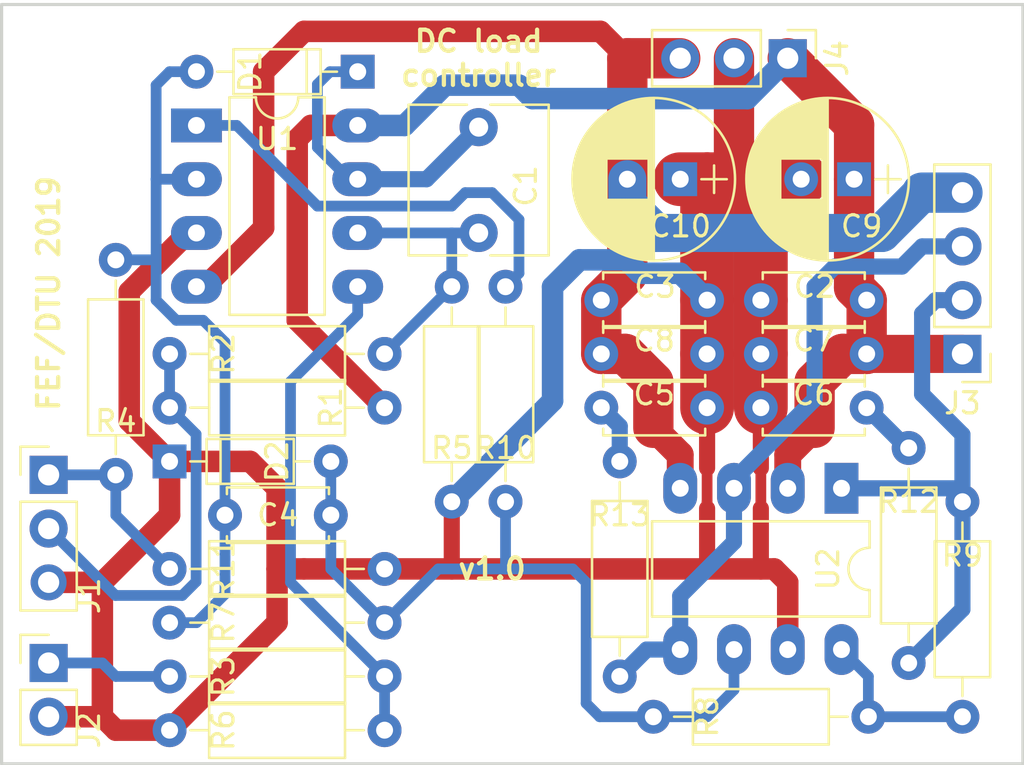
<source format=kicad_pcb>
(kicad_pcb (version 4) (host pcbnew 4.0.6)

  (general
    (links 61)
    (no_connects 0)
    (area 82.049999 61.1825 160.520001 107.235001)
    (thickness 1.6)
    (drawings 7)
    (tracks 186)
    (zones 0)
    (modules 34)
    (nets 18)
  )

  (page A4)
  (layers
    (0 F.Cu signal)
    (31 B.Cu signal)
    (32 B.Adhes user)
    (33 F.Adhes user)
    (34 B.Paste user)
    (35 F.Paste user)
    (36 B.SilkS user)
    (37 F.SilkS user)
    (38 B.Mask user)
    (39 F.Mask user)
    (40 Dwgs.User user)
    (41 Cmts.User user)
    (42 Eco1.User user)
    (43 Eco2.User user)
    (44 Edge.Cuts user)
    (45 Margin user)
    (46 B.CrtYd user)
    (47 F.CrtYd user)
    (48 B.Fab user)
    (49 F.Fab user)
  )

  (setup
    (last_trace_width 0.508)
    (user_trace_width 0.254)
    (user_trace_width 0.508)
    (user_trace_width 0.762)
    (user_trace_width 1.016)
    (user_trace_width 1.27)
    (user_trace_width 1.905)
    (user_trace_width 2.54)
    (trace_clearance 0.2)
    (zone_clearance 0.508)
    (zone_45_only no)
    (trace_min 0.2)
    (segment_width 0.2)
    (edge_width 0.15)
    (via_size 0.6)
    (via_drill 0.4)
    (via_min_size 0.4)
    (via_min_drill 0.3)
    (uvia_size 0.3)
    (uvia_drill 0.1)
    (uvias_allowed no)
    (uvia_min_size 0.2)
    (uvia_min_drill 0.1)
    (pcb_text_width 0.3)
    (pcb_text_size 1.5 1.5)
    (mod_edge_width 0.15)
    (mod_text_size 1 1)
    (mod_text_width 0.15)
    (pad_size 1.8 1.8)
    (pad_drill 1)
    (pad_to_mask_clearance 0.2)
    (aux_axis_origin 0 0)
    (visible_elements 7FFFFFFF)
    (pcbplotparams
      (layerselection 0x00030_80000001)
      (usegerberextensions false)
      (excludeedgelayer true)
      (linewidth 0.100000)
      (plotframeref false)
      (viasonmask false)
      (mode 1)
      (useauxorigin false)
      (hpglpennumber 1)
      (hpglpenspeed 20)
      (hpglpendiameter 15)
      (hpglpenoverlay 2)
      (psnegative false)
      (psa4output false)
      (plotreference true)
      (plotvalue true)
      (plotinvisibletext false)
      (padsonsilk false)
      (subtractmaskfromsilk false)
      (outputformat 1)
      (mirror false)
      (drillshape 1)
      (scaleselection 1)
      (outputdirectory ""))
  )

  (net 0 "")
  (net 1 "Net-(C1-Pad1)")
  (net 2 "Net-(C1-Pad2)")
  (net 3 VSS)
  (net 4 GND)
  (net 5 "Net-(J1-Pad1)")
  (net 6 "Net-(J1-Pad2)")
  (net 7 "Net-(J2-Pad1)")
  (net 8 VDD)
  (net 9 "Net-(J3-Pad2)")
  (net 10 "Net-(J3-Pad3)")
  (net 11 "Net-(R3-Pad1)")
  (net 12 "Net-(R8-Pad1)")
  (net 13 "Net-(C4-Pad1)")
  (net 14 "Net-(C4-Pad2)")
  (net 15 "Net-(R10-Pad2)")
  (net 16 "Net-(C5-Pad1)")
  (net 17 "Net-(C6-Pad1)")

  (net_class Default "This is the default net class."
    (clearance 0.2)
    (trace_width 0.25)
    (via_dia 0.6)
    (via_drill 0.4)
    (uvia_dia 0.3)
    (uvia_drill 0.1)
    (add_net GND)
    (add_net "Net-(C1-Pad1)")
    (add_net "Net-(C1-Pad2)")
    (add_net "Net-(C4-Pad1)")
    (add_net "Net-(C4-Pad2)")
    (add_net "Net-(C5-Pad1)")
    (add_net "Net-(C6-Pad1)")
    (add_net "Net-(J1-Pad1)")
    (add_net "Net-(J1-Pad2)")
    (add_net "Net-(J2-Pad1)")
    (add_net "Net-(J3-Pad2)")
    (add_net "Net-(J3-Pad3)")
    (add_net "Net-(R10-Pad2)")
    (add_net "Net-(R3-Pad1)")
    (add_net "Net-(R8-Pad1)")
    (add_net VDD)
    (add_net VSS)
  )

  (module Resistors_THT:R_Axial_DIN0207_L6.3mm_D2.5mm_P10.16mm_Horizontal (layer F.Cu) (tedit 5874F706) (tstamp 5C6310C1)
    (at 130.175 92.075 180)
    (descr "Resistor, Axial_DIN0207 series, Axial, Horizontal, pin pitch=10.16mm, 0.25W = 1/4W, length*diameter=6.3*2.5mm^2, http://cdn-reichelt.de/documents/datenblatt/B400/1_4W%23YAG.pdf")
    (tags "Resistor Axial_DIN0207 series Axial Horizontal pin pitch 10.16mm 0.25W = 1/4W length 6.3mm diameter 2.5mm")
    (path /5C6307C2)
    (fp_text reference R7 (at 7.62 0 270) (layer F.SilkS)
      (effects (font (size 1 1) (thickness 0.15)))
    )
    (fp_text value 10k (at 5.08 0 180) (layer F.Fab)
      (effects (font (size 1 1) (thickness 0.15)))
    )
    (fp_line (start 1.93 -1.25) (end 1.93 1.25) (layer F.Fab) (width 0.1))
    (fp_line (start 1.93 1.25) (end 8.23 1.25) (layer F.Fab) (width 0.1))
    (fp_line (start 8.23 1.25) (end 8.23 -1.25) (layer F.Fab) (width 0.1))
    (fp_line (start 8.23 -1.25) (end 1.93 -1.25) (layer F.Fab) (width 0.1))
    (fp_line (start 0 0) (end 1.93 0) (layer F.Fab) (width 0.1))
    (fp_line (start 10.16 0) (end 8.23 0) (layer F.Fab) (width 0.1))
    (fp_line (start 1.87 -1.31) (end 1.87 1.31) (layer F.SilkS) (width 0.12))
    (fp_line (start 1.87 1.31) (end 8.29 1.31) (layer F.SilkS) (width 0.12))
    (fp_line (start 8.29 1.31) (end 8.29 -1.31) (layer F.SilkS) (width 0.12))
    (fp_line (start 8.29 -1.31) (end 1.87 -1.31) (layer F.SilkS) (width 0.12))
    (fp_line (start 0.98 0) (end 1.87 0) (layer F.SilkS) (width 0.12))
    (fp_line (start 9.18 0) (end 8.29 0) (layer F.SilkS) (width 0.12))
    (fp_line (start -1.05 -1.6) (end -1.05 1.6) (layer F.CrtYd) (width 0.05))
    (fp_line (start -1.05 1.6) (end 11.25 1.6) (layer F.CrtYd) (width 0.05))
    (fp_line (start 11.25 1.6) (end 11.25 -1.6) (layer F.CrtYd) (width 0.05))
    (fp_line (start 11.25 -1.6) (end -1.05 -1.6) (layer F.CrtYd) (width 0.05))
    (pad 1 thru_hole circle (at 0 0 180) (size 1.6 1.6) (drill 0.8) (layers *.Cu *.Mask)
      (net 14 "Net-(C4-Pad2)"))
    (pad 2 thru_hole oval (at 10.16 0 180) (size 1.6 1.6) (drill 0.8) (layers *.Cu *.Mask)
      (net 13 "Net-(C4-Pad1)"))
    (model ${KISYS3DMOD}/Resistors_THT.3dshapes/R_Axial_DIN0207_L6.3mm_D2.5mm_P10.16mm_Horizontal.wrl
      (at (xyz 0 0 0))
      (scale (xyz 0.393701 0.393701 0.393701))
      (rotate (xyz 0 0 0))
    )
  )

  (module Capacitors_THT:C_Disc_D4.7mm_W2.5mm_P5.00mm (layer F.Cu) (tedit 597BC7C2) (tstamp 5C63106F)
    (at 152.955 76.835 180)
    (descr "C, Disc series, Radial, pin pitch=5.00mm, , diameter*width=4.7*2.5mm^2, Capacitor, http://www.vishay.com/docs/45233/krseries.pdf")
    (tags "C Disc series Radial pin pitch 5.00mm  diameter 4.7mm width 2.5mm Capacitor")
    (path /5C632834)
    (fp_text reference C2 (at 2.46 0.635 180) (layer F.SilkS)
      (effects (font (size 1 1) (thickness 0.15)))
    )
    (fp_text value 220n (at 2.46 -0.635 180) (layer F.Fab)
      (effects (font (size 1 1) (thickness 0.15)))
    )
    (fp_line (start 0.15 -1.25) (end 0.15 1.25) (layer F.Fab) (width 0.1))
    (fp_line (start 0.15 1.25) (end 4.85 1.25) (layer F.Fab) (width 0.1))
    (fp_line (start 4.85 1.25) (end 4.85 -1.25) (layer F.Fab) (width 0.1))
    (fp_line (start 4.85 -1.25) (end 0.15 -1.25) (layer F.Fab) (width 0.1))
    (fp_line (start 0.09 -1.31) (end 4.91 -1.31) (layer F.SilkS) (width 0.12))
    (fp_line (start 0.09 1.31) (end 4.91 1.31) (layer F.SilkS) (width 0.12))
    (fp_line (start 0.09 -1.31) (end 0.09 -0.996) (layer F.SilkS) (width 0.12))
    (fp_line (start 0.09 0.996) (end 0.09 1.31) (layer F.SilkS) (width 0.12))
    (fp_line (start 4.91 -1.31) (end 4.91 -0.996) (layer F.SilkS) (width 0.12))
    (fp_line (start 4.91 0.996) (end 4.91 1.31) (layer F.SilkS) (width 0.12))
    (fp_line (start -1.05 -1.6) (end -1.05 1.6) (layer F.CrtYd) (width 0.05))
    (fp_line (start -1.05 1.6) (end 6.05 1.6) (layer F.CrtYd) (width 0.05))
    (fp_line (start 6.05 1.6) (end 6.05 -1.6) (layer F.CrtYd) (width 0.05))
    (fp_line (start 6.05 -1.6) (end -1.05 -1.6) (layer F.CrtYd) (width 0.05))
    (fp_text user %R (at 2.46 0.635 180) (layer F.Fab)
      (effects (font (size 1 1) (thickness 0.15)))
    )
    (pad 1 thru_hole circle (at 0 0 180) (size 1.6 1.6) (drill 0.8) (layers *.Cu *.Mask)
      (net 8 VDD))
    (pad 2 thru_hole circle (at 5 0 180) (size 1.6 1.6) (drill 0.8) (layers *.Cu *.Mask)
      (net 4 GND))
    (model ${KISYS3DMOD}/Capacitors_THT.3dshapes/C_Disc_D4.7mm_W2.5mm_P5.00mm.wrl
      (at (xyz 0 0 0))
      (scale (xyz 1 1 1))
      (rotate (xyz 0 0 0))
    )
  )

  (module Capacitors_THT:C_Disc_D4.7mm_W2.5mm_P5.00mm (layer F.Cu) (tedit 597BC7C2) (tstamp 5C631075)
    (at 145.415 76.835 180)
    (descr "C, Disc series, Radial, pin pitch=5.00mm, , diameter*width=4.7*2.5mm^2, Capacitor, http://www.vishay.com/docs/45233/krseries.pdf")
    (tags "C Disc series Radial pin pitch 5.00mm  diameter 4.7mm width 2.5mm Capacitor")
    (path /5C6329A5)
    (fp_text reference C3 (at 2.46 0.635 180) (layer F.SilkS)
      (effects (font (size 1 1) (thickness 0.15)))
    )
    (fp_text value 220n (at 2.46 -0.635 180) (layer F.Fab)
      (effects (font (size 1 1) (thickness 0.15)))
    )
    (fp_line (start 0.15 -1.25) (end 0.15 1.25) (layer F.Fab) (width 0.1))
    (fp_line (start 0.15 1.25) (end 4.85 1.25) (layer F.Fab) (width 0.1))
    (fp_line (start 4.85 1.25) (end 4.85 -1.25) (layer F.Fab) (width 0.1))
    (fp_line (start 4.85 -1.25) (end 0.15 -1.25) (layer F.Fab) (width 0.1))
    (fp_line (start 0.09 -1.31) (end 4.91 -1.31) (layer F.SilkS) (width 0.12))
    (fp_line (start 0.09 1.31) (end 4.91 1.31) (layer F.SilkS) (width 0.12))
    (fp_line (start 0.09 -1.31) (end 0.09 -0.996) (layer F.SilkS) (width 0.12))
    (fp_line (start 0.09 0.996) (end 0.09 1.31) (layer F.SilkS) (width 0.12))
    (fp_line (start 4.91 -1.31) (end 4.91 -0.996) (layer F.SilkS) (width 0.12))
    (fp_line (start 4.91 0.996) (end 4.91 1.31) (layer F.SilkS) (width 0.12))
    (fp_line (start -1.05 -1.6) (end -1.05 1.6) (layer F.CrtYd) (width 0.05))
    (fp_line (start -1.05 1.6) (end 6.05 1.6) (layer F.CrtYd) (width 0.05))
    (fp_line (start 6.05 1.6) (end 6.05 -1.6) (layer F.CrtYd) (width 0.05))
    (fp_line (start 6.05 -1.6) (end -1.05 -1.6) (layer F.CrtYd) (width 0.05))
    (fp_text user %R (at 2.46 0.635 180) (layer F.Fab)
      (effects (font (size 1 1) (thickness 0.15)))
    )
    (pad 1 thru_hole circle (at 0 0 180) (size 1.6 1.6) (drill 0.8) (layers *.Cu *.Mask)
      (net 4 GND))
    (pad 2 thru_hole circle (at 5 0 180) (size 1.6 1.6) (drill 0.8) (layers *.Cu *.Mask)
      (net 3 VSS))
    (model ${KISYS3DMOD}/Capacitors_THT.3dshapes/C_Disc_D4.7mm_W2.5mm_P5.00mm.wrl
      (at (xyz 0 0 0))
      (scale (xyz 1 1 1))
      (rotate (xyz 0 0 0))
    )
  )

  (module Diodes_THT:D_DO-35_SOD27_P7.62mm_Horizontal (layer F.Cu) (tedit 5C631E23) (tstamp 5C63107B)
    (at 128.905 66.04 180)
    (descr "D, DO-35_SOD27 series, Axial, Horizontal, pin pitch=7.62mm, , length*diameter=4*2mm^2, , http://www.diodes.com/_files/packages/DO-35.pdf")
    (tags "D DO-35_SOD27 series Axial Horizontal pin pitch 7.62mm  length 4mm diameter 2mm")
    (path /5C631262)
    (fp_text reference D1 (at 5.08 0 270) (layer F.SilkS)
      (effects (font (size 1 1) (thickness 0.15)))
    )
    (fp_text value 1n4148 (at 3.175 0 180) (layer F.Fab)
      (effects (font (size 0.5 0.5) (thickness 0.075)))
    )
    (fp_text user %R (at 5.08 0 270) (layer F.Fab)
      (effects (font (size 1 1) (thickness 0.15)))
    )
    (fp_line (start 1.81 -1) (end 1.81 1) (layer F.Fab) (width 0.1))
    (fp_line (start 1.81 1) (end 5.81 1) (layer F.Fab) (width 0.1))
    (fp_line (start 5.81 1) (end 5.81 -1) (layer F.Fab) (width 0.1))
    (fp_line (start 5.81 -1) (end 1.81 -1) (layer F.Fab) (width 0.1))
    (fp_line (start 0 0) (end 1.81 0) (layer F.Fab) (width 0.1))
    (fp_line (start 7.62 0) (end 5.81 0) (layer F.Fab) (width 0.1))
    (fp_line (start 2.41 -1) (end 2.41 1) (layer F.Fab) (width 0.1))
    (fp_line (start 1.75 -1.06) (end 1.75 1.06) (layer F.SilkS) (width 0.12))
    (fp_line (start 1.75 1.06) (end 5.87 1.06) (layer F.SilkS) (width 0.12))
    (fp_line (start 5.87 1.06) (end 5.87 -1.06) (layer F.SilkS) (width 0.12))
    (fp_line (start 5.87 -1.06) (end 1.75 -1.06) (layer F.SilkS) (width 0.12))
    (fp_line (start 0.98 0) (end 1.75 0) (layer F.SilkS) (width 0.12))
    (fp_line (start 6.64 0) (end 5.87 0) (layer F.SilkS) (width 0.12))
    (fp_line (start 2.41 -1.06) (end 2.41 1.06) (layer F.SilkS) (width 0.12))
    (fp_line (start -1.05 -1.35) (end -1.05 1.35) (layer F.CrtYd) (width 0.05))
    (fp_line (start -1.05 1.35) (end 8.7 1.35) (layer F.CrtYd) (width 0.05))
    (fp_line (start 8.7 1.35) (end 8.7 -1.35) (layer F.CrtYd) (width 0.05))
    (fp_line (start 8.7 -1.35) (end -1.05 -1.35) (layer F.CrtYd) (width 0.05))
    (pad 1 thru_hole rect (at 0 0 180) (size 1.6 1.6) (drill 0.8) (layers *.Cu *.Mask)
      (net 1 "Net-(C1-Pad1)"))
    (pad 2 thru_hole oval (at 7.62 0 180) (size 1.6 1.6) (drill 0.8) (layers *.Cu *.Mask)
      (net 13 "Net-(C4-Pad1)"))
    (model ${KISYS3DMOD}/Diodes_THT.3dshapes/D_DO-35_SOD27_P7.62mm_Horizontal.wrl
      (at (xyz 0 0 0))
      (scale (xyz 0.393701 0.393701 0.393701))
      (rotate (xyz 0 0 0))
    )
  )

  (module Pin_Headers:Pin_Header_Straight_1x03_Pitch2.54mm (layer F.Cu) (tedit 5C688067) (tstamp 5C631082)
    (at 114.3 85.09)
    (descr "Through hole straight pin header, 1x03, 2.54mm pitch, single row")
    (tags "Through hole pin header THT 1x03 2.54mm single row")
    (path /5C631049)
    (fp_text reference J1 (at 1.905 5.715 90) (layer F.SilkS)
      (effects (font (size 1 1) (thickness 0.15)))
    )
    (fp_text value "Ctrl In" (at 1.905 2.54 90) (layer F.Fab)
      (effects (font (size 1 1) (thickness 0.15)))
    )
    (fp_line (start -0.635 -1.27) (end 1.27 -1.27) (layer F.Fab) (width 0.1))
    (fp_line (start 1.27 -1.27) (end 1.27 6.35) (layer F.Fab) (width 0.1))
    (fp_line (start 1.27 6.35) (end -1.27 6.35) (layer F.Fab) (width 0.1))
    (fp_line (start -1.27 6.35) (end -1.27 -0.635) (layer F.Fab) (width 0.1))
    (fp_line (start -1.27 -0.635) (end -0.635 -1.27) (layer F.Fab) (width 0.1))
    (fp_line (start -1.33 6.41) (end 1.33 6.41) (layer F.SilkS) (width 0.12))
    (fp_line (start -1.33 1.27) (end -1.33 6.41) (layer F.SilkS) (width 0.12))
    (fp_line (start 1.33 1.27) (end 1.33 6.41) (layer F.SilkS) (width 0.12))
    (fp_line (start -1.33 1.27) (end 1.33 1.27) (layer F.SilkS) (width 0.12))
    (fp_line (start -1.33 0) (end -1.33 -1.33) (layer F.SilkS) (width 0.12))
    (fp_line (start -1.33 -1.33) (end 0 -1.33) (layer F.SilkS) (width 0.12))
    (fp_line (start -1.8 -1.8) (end -1.8 6.85) (layer F.CrtYd) (width 0.05))
    (fp_line (start -1.8 6.85) (end 1.8 6.85) (layer F.CrtYd) (width 0.05))
    (fp_line (start 1.8 6.85) (end 1.8 -1.8) (layer F.CrtYd) (width 0.05))
    (fp_line (start 1.8 -1.8) (end -1.8 -1.8) (layer F.CrtYd) (width 0.05))
    (fp_text user %R (at 0 2.54 90) (layer F.Fab)
      (effects (font (size 1 1) (thickness 0.15)))
    )
    (pad 1 thru_hole rect (at 0 0) (size 1.8 1.8) (drill 1) (layers *.Cu *.Mask)
      (net 5 "Net-(J1-Pad1)"))
    (pad 2 thru_hole oval (at 0 2.54) (size 1.8 1.8) (drill 1) (layers *.Cu *.Mask)
      (net 6 "Net-(J1-Pad2)"))
    (pad 3 thru_hole oval (at 0 5.08) (size 1.7 1.7) (drill 1) (layers *.Cu *.Mask)
      (net 4 GND))
    (model ${KISYS3DMOD}/Pin_Headers.3dshapes/Pin_Header_Straight_1x03_Pitch2.54mm.wrl
      (at (xyz 0 0 0))
      (scale (xyz 1 1 1))
      (rotate (xyz 0 0 0))
    )
  )

  (module Pin_Headers:Pin_Header_Straight_1x02_Pitch2.54mm (layer F.Cu) (tedit 5C688080) (tstamp 5C631088)
    (at 114.3 93.98)
    (descr "Through hole straight pin header, 1x02, 2.54mm pitch, single row")
    (tags "Through hole pin header THT 1x02 2.54mm single row")
    (path /5C630FD2)
    (fp_text reference J2 (at 1.905 3.175 90) (layer F.SilkS)
      (effects (font (size 1 1) (thickness 0.15)))
    )
    (fp_text value "Batt in" (at 1.905 1.27 90) (layer F.Fab)
      (effects (font (size 1 1) (thickness 0.15)))
    )
    (fp_line (start -0.635 -1.27) (end 1.27 -1.27) (layer F.Fab) (width 0.1))
    (fp_line (start 1.27 -1.27) (end 1.27 3.81) (layer F.Fab) (width 0.1))
    (fp_line (start 1.27 3.81) (end -1.27 3.81) (layer F.Fab) (width 0.1))
    (fp_line (start -1.27 3.81) (end -1.27 -0.635) (layer F.Fab) (width 0.1))
    (fp_line (start -1.27 -0.635) (end -0.635 -1.27) (layer F.Fab) (width 0.1))
    (fp_line (start -1.33 3.87) (end 1.33 3.87) (layer F.SilkS) (width 0.12))
    (fp_line (start -1.33 1.27) (end -1.33 3.87) (layer F.SilkS) (width 0.12))
    (fp_line (start 1.33 1.27) (end 1.33 3.87) (layer F.SilkS) (width 0.12))
    (fp_line (start -1.33 1.27) (end 1.33 1.27) (layer F.SilkS) (width 0.12))
    (fp_line (start -1.33 0) (end -1.33 -1.33) (layer F.SilkS) (width 0.12))
    (fp_line (start -1.33 -1.33) (end 0 -1.33) (layer F.SilkS) (width 0.12))
    (fp_line (start -1.8 -1.8) (end -1.8 4.35) (layer F.CrtYd) (width 0.05))
    (fp_line (start -1.8 4.35) (end 1.8 4.35) (layer F.CrtYd) (width 0.05))
    (fp_line (start 1.8 4.35) (end 1.8 -1.8) (layer F.CrtYd) (width 0.05))
    (fp_line (start 1.8 -1.8) (end -1.8 -1.8) (layer F.CrtYd) (width 0.05))
    (fp_text user %R (at 0 1.27 90) (layer F.Fab)
      (effects (font (size 1 1) (thickness 0.15)))
    )
    (pad 1 thru_hole rect (at 0 0) (size 1.8 1.8) (drill 1) (layers *.Cu *.Mask)
      (net 7 "Net-(J2-Pad1)"))
    (pad 2 thru_hole oval (at 0 2.54) (size 1.8 1.8) (drill 1) (layers *.Cu *.Mask)
      (net 4 GND))
    (model ${KISYS3DMOD}/Pin_Headers.3dshapes/Pin_Header_Straight_1x02_Pitch2.54mm.wrl
      (at (xyz 0 0 0))
      (scale (xyz 1 1 1))
      (rotate (xyz 0 0 0))
    )
  )

  (module Pin_Headers:Pin_Header_Straight_1x04_Pitch2.54mm (layer F.Cu) (tedit 5C6880E5) (tstamp 5C631090)
    (at 157.48 79.375 180)
    (descr "Through hole straight pin header, 1x04, 2.54mm pitch, single row")
    (tags "Through hole pin header THT 1x04 2.54mm single row")
    (path /5C6304FA)
    (fp_text reference J3 (at 0 -2.33 180) (layer F.SilkS)
      (effects (font (size 1 1) (thickness 0.15)))
    )
    (fp_text value "Ctrl Out" (at -1.905 3.81 270) (layer F.Fab)
      (effects (font (size 1 1) (thickness 0.15)))
    )
    (fp_line (start -0.635 -1.27) (end 1.27 -1.27) (layer F.Fab) (width 0.1))
    (fp_line (start 1.27 -1.27) (end 1.27 8.89) (layer F.Fab) (width 0.1))
    (fp_line (start 1.27 8.89) (end -1.27 8.89) (layer F.Fab) (width 0.1))
    (fp_line (start -1.27 8.89) (end -1.27 -0.635) (layer F.Fab) (width 0.1))
    (fp_line (start -1.27 -0.635) (end -0.635 -1.27) (layer F.Fab) (width 0.1))
    (fp_line (start -1.33 8.95) (end 1.33 8.95) (layer F.SilkS) (width 0.12))
    (fp_line (start -1.33 1.27) (end -1.33 8.95) (layer F.SilkS) (width 0.12))
    (fp_line (start 1.33 1.27) (end 1.33 8.95) (layer F.SilkS) (width 0.12))
    (fp_line (start -1.33 1.27) (end 1.33 1.27) (layer F.SilkS) (width 0.12))
    (fp_line (start -1.33 0) (end -1.33 -1.33) (layer F.SilkS) (width 0.12))
    (fp_line (start -1.33 -1.33) (end 0 -1.33) (layer F.SilkS) (width 0.12))
    (fp_line (start -1.8 -1.8) (end -1.8 9.4) (layer F.CrtYd) (width 0.05))
    (fp_line (start -1.8 9.4) (end 1.8 9.4) (layer F.CrtYd) (width 0.05))
    (fp_line (start 1.8 9.4) (end 1.8 -1.8) (layer F.CrtYd) (width 0.05))
    (fp_line (start 1.8 -1.8) (end -1.8 -1.8) (layer F.CrtYd) (width 0.05))
    (fp_text user %R (at 0 3.81 270) (layer F.Fab)
      (effects (font (size 1 1) (thickness 0.15)))
    )
    (pad 1 thru_hole rect (at 0 0 180) (size 1.8 1.8) (drill 1) (layers *.Cu *.Mask)
      (net 8 VDD))
    (pad 2 thru_hole oval (at 0 2.54 180) (size 1.8 1.8) (drill 1) (layers *.Cu *.Mask)
      (net 9 "Net-(J3-Pad2)"))
    (pad 3 thru_hole oval (at 0 5.08 180) (size 1.8 1.8) (drill 1) (layers *.Cu *.Mask)
      (net 10 "Net-(J3-Pad3)"))
    (pad 4 thru_hole oval (at 0 7.62 180) (size 1.8 1.8) (drill 1) (layers *.Cu *.Mask)
      (net 3 VSS))
    (model ${KISYS3DMOD}/Pin_Headers.3dshapes/Pin_Header_Straight_1x04_Pitch2.54mm.wrl
      (at (xyz 0 0 0))
      (scale (xyz 1 1 1))
      (rotate (xyz 0 0 0))
    )
  )

  (module Pin_Headers:Pin_Header_Straight_1x03_Pitch2.54mm (layer F.Cu) (tedit 5C6880BC) (tstamp 5C631097)
    (at 149.225 65.405 270)
    (descr "Through hole straight pin header, 1x03, 2.54mm pitch, single row")
    (tags "Through hole pin header THT 1x03 2.54mm single row")
    (path /5C632577)
    (fp_text reference J4 (at 0 -2.33 270) (layer F.SilkS)
      (effects (font (size 1 1) (thickness 0.15)))
    )
    (fp_text value "Pwr in" (at -1.905 2.54 360) (layer F.Fab)
      (effects (font (size 1 1) (thickness 0.15)))
    )
    (fp_line (start -0.635 -1.27) (end 1.27 -1.27) (layer F.Fab) (width 0.1))
    (fp_line (start 1.27 -1.27) (end 1.27 6.35) (layer F.Fab) (width 0.1))
    (fp_line (start 1.27 6.35) (end -1.27 6.35) (layer F.Fab) (width 0.1))
    (fp_line (start -1.27 6.35) (end -1.27 -0.635) (layer F.Fab) (width 0.1))
    (fp_line (start -1.27 -0.635) (end -0.635 -1.27) (layer F.Fab) (width 0.1))
    (fp_line (start -1.33 6.41) (end 1.33 6.41) (layer F.SilkS) (width 0.12))
    (fp_line (start -1.33 1.27) (end -1.33 6.41) (layer F.SilkS) (width 0.12))
    (fp_line (start 1.33 1.27) (end 1.33 6.41) (layer F.SilkS) (width 0.12))
    (fp_line (start -1.33 1.27) (end 1.33 1.27) (layer F.SilkS) (width 0.12))
    (fp_line (start -1.33 0) (end -1.33 -1.33) (layer F.SilkS) (width 0.12))
    (fp_line (start -1.33 -1.33) (end 0 -1.33) (layer F.SilkS) (width 0.12))
    (fp_line (start -1.8 -1.8) (end -1.8 6.85) (layer F.CrtYd) (width 0.05))
    (fp_line (start -1.8 6.85) (end 1.8 6.85) (layer F.CrtYd) (width 0.05))
    (fp_line (start 1.8 6.85) (end 1.8 -1.8) (layer F.CrtYd) (width 0.05))
    (fp_line (start 1.8 -1.8) (end -1.8 -1.8) (layer F.CrtYd) (width 0.05))
    (fp_text user %R (at 0 2.54 360) (layer F.Fab)
      (effects (font (size 1 1) (thickness 0.15)))
    )
    (pad 1 thru_hole rect (at 0 0 270) (size 1.8 1.8) (drill 1) (layers *.Cu *.Mask)
      (net 8 VDD))
    (pad 2 thru_hole oval (at 0 2.54 270) (size 1.8 1.8) (drill 1) (layers *.Cu *.Mask)
      (net 4 GND))
    (pad 3 thru_hole oval (at 0 5.08 270) (size 1.8 1.8) (drill 1) (layers *.Cu *.Mask)
      (net 3 VSS))
    (model ${KISYS3DMOD}/Pin_Headers.3dshapes/Pin_Header_Straight_1x03_Pitch2.54mm.wrl
      (at (xyz 0 0 0))
      (scale (xyz 1 1 1))
      (rotate (xyz 0 0 0))
    )
  )

  (module Resistors_THT:R_Axial_DIN0207_L6.3mm_D2.5mm_P10.16mm_Horizontal (layer F.Cu) (tedit 5874F706) (tstamp 5C63109D)
    (at 130.175 81.915 180)
    (descr "Resistor, Axial_DIN0207 series, Axial, Horizontal, pin pitch=10.16mm, 0.25W = 1/4W, length*diameter=6.3*2.5mm^2, http://cdn-reichelt.de/documents/datenblatt/B400/1_4W%23YAG.pdf")
    (tags "Resistor Axial_DIN0207 series Axial Horizontal pin pitch 10.16mm 0.25W = 1/4W length 6.3mm diameter 2.5mm")
    (path /5C631FFD)
    (fp_text reference R1 (at 2.54 0 270) (layer F.SilkS)
      (effects (font (size 1 1) (thickness 0.15)))
    )
    (fp_text value 66k5 (at 5.08 0 180) (layer F.Fab)
      (effects (font (size 1 1) (thickness 0.15)))
    )
    (fp_line (start 1.93 -1.25) (end 1.93 1.25) (layer F.Fab) (width 0.1))
    (fp_line (start 1.93 1.25) (end 8.23 1.25) (layer F.Fab) (width 0.1))
    (fp_line (start 8.23 1.25) (end 8.23 -1.25) (layer F.Fab) (width 0.1))
    (fp_line (start 8.23 -1.25) (end 1.93 -1.25) (layer F.Fab) (width 0.1))
    (fp_line (start 0 0) (end 1.93 0) (layer F.Fab) (width 0.1))
    (fp_line (start 10.16 0) (end 8.23 0) (layer F.Fab) (width 0.1))
    (fp_line (start 1.87 -1.31) (end 1.87 1.31) (layer F.SilkS) (width 0.12))
    (fp_line (start 1.87 1.31) (end 8.29 1.31) (layer F.SilkS) (width 0.12))
    (fp_line (start 8.29 1.31) (end 8.29 -1.31) (layer F.SilkS) (width 0.12))
    (fp_line (start 8.29 -1.31) (end 1.87 -1.31) (layer F.SilkS) (width 0.12))
    (fp_line (start 0.98 0) (end 1.87 0) (layer F.SilkS) (width 0.12))
    (fp_line (start 9.18 0) (end 8.29 0) (layer F.SilkS) (width 0.12))
    (fp_line (start -1.05 -1.6) (end -1.05 1.6) (layer F.CrtYd) (width 0.05))
    (fp_line (start -1.05 1.6) (end 11.25 1.6) (layer F.CrtYd) (width 0.05))
    (fp_line (start 11.25 1.6) (end 11.25 -1.6) (layer F.CrtYd) (width 0.05))
    (fp_line (start 11.25 -1.6) (end -1.05 -1.6) (layer F.CrtYd) (width 0.05))
    (pad 1 thru_hole circle (at 0 0 180) (size 1.6 1.6) (drill 0.8) (layers *.Cu *.Mask)
      (net 8 VDD))
    (pad 2 thru_hole oval (at 10.16 0 180) (size 1.6 1.6) (drill 0.8) (layers *.Cu *.Mask)
      (net 6 "Net-(J1-Pad2)"))
    (model ${KISYS3DMOD}/Resistors_THT.3dshapes/R_Axial_DIN0207_L6.3mm_D2.5mm_P10.16mm_Horizontal.wrl
      (at (xyz 0 0 0))
      (scale (xyz 0.393701 0.393701 0.393701))
      (rotate (xyz 0 0 0))
    )
  )

  (module Resistors_THT:R_Axial_DIN0207_L6.3mm_D2.5mm_P10.16mm_Horizontal (layer F.Cu) (tedit 5874F706) (tstamp 5C6310A3)
    (at 120.015 79.375)
    (descr "Resistor, Axial_DIN0207 series, Axial, Horizontal, pin pitch=10.16mm, 0.25W = 1/4W, length*diameter=6.3*2.5mm^2, http://cdn-reichelt.de/documents/datenblatt/B400/1_4W%23YAG.pdf")
    (tags "Resistor Axial_DIN0207 series Axial Horizontal pin pitch 10.16mm 0.25W = 1/4W length 6.3mm diameter 2.5mm")
    (path /5C63187F)
    (fp_text reference R2 (at 2.54 0 90) (layer F.SilkS)
      (effects (font (size 1 1) (thickness 0.15)))
    )
    (fp_text value 20k (at 5.08 0) (layer F.Fab)
      (effects (font (size 1 1) (thickness 0.15)))
    )
    (fp_line (start 1.93 -1.25) (end 1.93 1.25) (layer F.Fab) (width 0.1))
    (fp_line (start 1.93 1.25) (end 8.23 1.25) (layer F.Fab) (width 0.1))
    (fp_line (start 8.23 1.25) (end 8.23 -1.25) (layer F.Fab) (width 0.1))
    (fp_line (start 8.23 -1.25) (end 1.93 -1.25) (layer F.Fab) (width 0.1))
    (fp_line (start 0 0) (end 1.93 0) (layer F.Fab) (width 0.1))
    (fp_line (start 10.16 0) (end 8.23 0) (layer F.Fab) (width 0.1))
    (fp_line (start 1.87 -1.31) (end 1.87 1.31) (layer F.SilkS) (width 0.12))
    (fp_line (start 1.87 1.31) (end 8.29 1.31) (layer F.SilkS) (width 0.12))
    (fp_line (start 8.29 1.31) (end 8.29 -1.31) (layer F.SilkS) (width 0.12))
    (fp_line (start 8.29 -1.31) (end 1.87 -1.31) (layer F.SilkS) (width 0.12))
    (fp_line (start 0.98 0) (end 1.87 0) (layer F.SilkS) (width 0.12))
    (fp_line (start 9.18 0) (end 8.29 0) (layer F.SilkS) (width 0.12))
    (fp_line (start -1.05 -1.6) (end -1.05 1.6) (layer F.CrtYd) (width 0.05))
    (fp_line (start -1.05 1.6) (end 11.25 1.6) (layer F.CrtYd) (width 0.05))
    (fp_line (start 11.25 1.6) (end 11.25 -1.6) (layer F.CrtYd) (width 0.05))
    (fp_line (start 11.25 -1.6) (end -1.05 -1.6) (layer F.CrtYd) (width 0.05))
    (pad 1 thru_hole circle (at 0 0) (size 1.6 1.6) (drill 0.8) (layers *.Cu *.Mask)
      (net 6 "Net-(J1-Pad2)"))
    (pad 2 thru_hole oval (at 10.16 0) (size 1.6 1.6) (drill 0.8) (layers *.Cu *.Mask)
      (net 2 "Net-(C1-Pad2)"))
    (model ${KISYS3DMOD}/Resistors_THT.3dshapes/R_Axial_DIN0207_L6.3mm_D2.5mm_P10.16mm_Horizontal.wrl
      (at (xyz 0 0 0))
      (scale (xyz 0.393701 0.393701 0.393701))
      (rotate (xyz 0 0 0))
    )
  )

  (module Resistors_THT:R_Axial_DIN0207_L6.3mm_D2.5mm_P10.16mm_Horizontal (layer F.Cu) (tedit 5874F706) (tstamp 5C6310A9)
    (at 130.175 94.615 180)
    (descr "Resistor, Axial_DIN0207 series, Axial, Horizontal, pin pitch=10.16mm, 0.25W = 1/4W, length*diameter=6.3*2.5mm^2, http://cdn-reichelt.de/documents/datenblatt/B400/1_4W%23YAG.pdf")
    (tags "Resistor Axial_DIN0207 series Axial Horizontal pin pitch 10.16mm 0.25W = 1/4W length 6.3mm diameter 2.5mm")
    (path /5C631377)
    (fp_text reference R3 (at 7.62 0 270) (layer F.SilkS)
      (effects (font (size 1 1) (thickness 0.15)))
    )
    (fp_text value 20k (at 5.08 0 180) (layer F.Fab)
      (effects (font (size 1 1) (thickness 0.15)))
    )
    (fp_line (start 1.93 -1.25) (end 1.93 1.25) (layer F.Fab) (width 0.1))
    (fp_line (start 1.93 1.25) (end 8.23 1.25) (layer F.Fab) (width 0.1))
    (fp_line (start 8.23 1.25) (end 8.23 -1.25) (layer F.Fab) (width 0.1))
    (fp_line (start 8.23 -1.25) (end 1.93 -1.25) (layer F.Fab) (width 0.1))
    (fp_line (start 0 0) (end 1.93 0) (layer F.Fab) (width 0.1))
    (fp_line (start 10.16 0) (end 8.23 0) (layer F.Fab) (width 0.1))
    (fp_line (start 1.87 -1.31) (end 1.87 1.31) (layer F.SilkS) (width 0.12))
    (fp_line (start 1.87 1.31) (end 8.29 1.31) (layer F.SilkS) (width 0.12))
    (fp_line (start 8.29 1.31) (end 8.29 -1.31) (layer F.SilkS) (width 0.12))
    (fp_line (start 8.29 -1.31) (end 1.87 -1.31) (layer F.SilkS) (width 0.12))
    (fp_line (start 0.98 0) (end 1.87 0) (layer F.SilkS) (width 0.12))
    (fp_line (start 9.18 0) (end 8.29 0) (layer F.SilkS) (width 0.12))
    (fp_line (start -1.05 -1.6) (end -1.05 1.6) (layer F.CrtYd) (width 0.05))
    (fp_line (start -1.05 1.6) (end 11.25 1.6) (layer F.CrtYd) (width 0.05))
    (fp_line (start 11.25 1.6) (end 11.25 -1.6) (layer F.CrtYd) (width 0.05))
    (fp_line (start 11.25 -1.6) (end -1.05 -1.6) (layer F.CrtYd) (width 0.05))
    (pad 1 thru_hole circle (at 0 0 180) (size 1.6 1.6) (drill 0.8) (layers *.Cu *.Mask)
      (net 11 "Net-(R3-Pad1)"))
    (pad 2 thru_hole oval (at 10.16 0 180) (size 1.6 1.6) (drill 0.8) (layers *.Cu *.Mask)
      (net 7 "Net-(J2-Pad1)"))
    (model ${KISYS3DMOD}/Resistors_THT.3dshapes/R_Axial_DIN0207_L6.3mm_D2.5mm_P10.16mm_Horizontal.wrl
      (at (xyz 0 0 0))
      (scale (xyz 0.393701 0.393701 0.393701))
      (rotate (xyz 0 0 0))
    )
  )

  (module Resistors_THT:R_Axial_DIN0207_L6.3mm_D2.5mm_P10.16mm_Horizontal (layer F.Cu) (tedit 5874F706) (tstamp 5C6310AF)
    (at 117.475 74.93 270)
    (descr "Resistor, Axial_DIN0207 series, Axial, Horizontal, pin pitch=10.16mm, 0.25W = 1/4W, length*diameter=6.3*2.5mm^2, http://cdn-reichelt.de/documents/datenblatt/B400/1_4W%23YAG.pdf")
    (tags "Resistor Axial_DIN0207 series Axial Horizontal pin pitch 10.16mm 0.25W = 1/4W length 6.3mm diameter 2.5mm")
    (path /5C630807)
    (fp_text reference R4 (at 7.62 0 360) (layer F.SilkS)
      (effects (font (size 1 1) (thickness 0.15)))
    )
    (fp_text value 20k (at 5.08 0 270) (layer F.Fab)
      (effects (font (size 1 1) (thickness 0.15)))
    )
    (fp_line (start 1.93 -1.25) (end 1.93 1.25) (layer F.Fab) (width 0.1))
    (fp_line (start 1.93 1.25) (end 8.23 1.25) (layer F.Fab) (width 0.1))
    (fp_line (start 8.23 1.25) (end 8.23 -1.25) (layer F.Fab) (width 0.1))
    (fp_line (start 8.23 -1.25) (end 1.93 -1.25) (layer F.Fab) (width 0.1))
    (fp_line (start 0 0) (end 1.93 0) (layer F.Fab) (width 0.1))
    (fp_line (start 10.16 0) (end 8.23 0) (layer F.Fab) (width 0.1))
    (fp_line (start 1.87 -1.31) (end 1.87 1.31) (layer F.SilkS) (width 0.12))
    (fp_line (start 1.87 1.31) (end 8.29 1.31) (layer F.SilkS) (width 0.12))
    (fp_line (start 8.29 1.31) (end 8.29 -1.31) (layer F.SilkS) (width 0.12))
    (fp_line (start 8.29 -1.31) (end 1.87 -1.31) (layer F.SilkS) (width 0.12))
    (fp_line (start 0.98 0) (end 1.87 0) (layer F.SilkS) (width 0.12))
    (fp_line (start 9.18 0) (end 8.29 0) (layer F.SilkS) (width 0.12))
    (fp_line (start -1.05 -1.6) (end -1.05 1.6) (layer F.CrtYd) (width 0.05))
    (fp_line (start -1.05 1.6) (end 11.25 1.6) (layer F.CrtYd) (width 0.05))
    (fp_line (start 11.25 1.6) (end 11.25 -1.6) (layer F.CrtYd) (width 0.05))
    (fp_line (start 11.25 -1.6) (end -1.05 -1.6) (layer F.CrtYd) (width 0.05))
    (pad 1 thru_hole circle (at 0 0 270) (size 1.6 1.6) (drill 0.8) (layers *.Cu *.Mask)
      (net 13 "Net-(C4-Pad1)"))
    (pad 2 thru_hole oval (at 10.16 0 270) (size 1.6 1.6) (drill 0.8) (layers *.Cu *.Mask)
      (net 5 "Net-(J1-Pad1)"))
    (model ${KISYS3DMOD}/Resistors_THT.3dshapes/R_Axial_DIN0207_L6.3mm_D2.5mm_P10.16mm_Horizontal.wrl
      (at (xyz 0 0 0))
      (scale (xyz 0.393701 0.393701 0.393701))
      (rotate (xyz 0 0 0))
    )
  )

  (module Resistors_THT:R_Axial_DIN0207_L6.3mm_D2.5mm_P10.16mm_Horizontal (layer F.Cu) (tedit 5874F706) (tstamp 5C6310B5)
    (at 133.35 76.2 270)
    (descr "Resistor, Axial_DIN0207 series, Axial, Horizontal, pin pitch=10.16mm, 0.25W = 1/4W, length*diameter=6.3*2.5mm^2, http://cdn-reichelt.de/documents/datenblatt/B400/1_4W%23YAG.pdf")
    (tags "Resistor Axial_DIN0207 series Axial Horizontal pin pitch 10.16mm 0.25W = 1/4W length 6.3mm diameter 2.5mm")
    (path /5C63171B)
    (fp_text reference R5 (at 7.62 0 360) (layer F.SilkS)
      (effects (font (size 1 1) (thickness 0.15)))
    )
    (fp_text value 2k (at 5.08 0 270) (layer F.Fab)
      (effects (font (size 1 1) (thickness 0.15)))
    )
    (fp_line (start 1.93 -1.25) (end 1.93 1.25) (layer F.Fab) (width 0.1))
    (fp_line (start 1.93 1.25) (end 8.23 1.25) (layer F.Fab) (width 0.1))
    (fp_line (start 8.23 1.25) (end 8.23 -1.25) (layer F.Fab) (width 0.1))
    (fp_line (start 8.23 -1.25) (end 1.93 -1.25) (layer F.Fab) (width 0.1))
    (fp_line (start 0 0) (end 1.93 0) (layer F.Fab) (width 0.1))
    (fp_line (start 10.16 0) (end 8.23 0) (layer F.Fab) (width 0.1))
    (fp_line (start 1.87 -1.31) (end 1.87 1.31) (layer F.SilkS) (width 0.12))
    (fp_line (start 1.87 1.31) (end 8.29 1.31) (layer F.SilkS) (width 0.12))
    (fp_line (start 8.29 1.31) (end 8.29 -1.31) (layer F.SilkS) (width 0.12))
    (fp_line (start 8.29 -1.31) (end 1.87 -1.31) (layer F.SilkS) (width 0.12))
    (fp_line (start 0.98 0) (end 1.87 0) (layer F.SilkS) (width 0.12))
    (fp_line (start 9.18 0) (end 8.29 0) (layer F.SilkS) (width 0.12))
    (fp_line (start -1.05 -1.6) (end -1.05 1.6) (layer F.CrtYd) (width 0.05))
    (fp_line (start -1.05 1.6) (end 11.25 1.6) (layer F.CrtYd) (width 0.05))
    (fp_line (start 11.25 1.6) (end 11.25 -1.6) (layer F.CrtYd) (width 0.05))
    (fp_line (start 11.25 -1.6) (end -1.05 -1.6) (layer F.CrtYd) (width 0.05))
    (pad 1 thru_hole circle (at 0 0 270) (size 1.6 1.6) (drill 0.8) (layers *.Cu *.Mask)
      (net 2 "Net-(C1-Pad2)"))
    (pad 2 thru_hole oval (at 10.16 0 270) (size 1.6 1.6) (drill 0.8) (layers *.Cu *.Mask)
      (net 4 GND))
    (model ${KISYS3DMOD}/Resistors_THT.3dshapes/R_Axial_DIN0207_L6.3mm_D2.5mm_P10.16mm_Horizontal.wrl
      (at (xyz 0 0 0))
      (scale (xyz 0.393701 0.393701 0.393701))
      (rotate (xyz 0 0 0))
    )
  )

  (module Resistors_THT:R_Axial_DIN0207_L6.3mm_D2.5mm_P10.16mm_Horizontal (layer F.Cu) (tedit 5874F706) (tstamp 5C6310BB)
    (at 130.175 97.155 180)
    (descr "Resistor, Axial_DIN0207 series, Axial, Horizontal, pin pitch=10.16mm, 0.25W = 1/4W, length*diameter=6.3*2.5mm^2, http://cdn-reichelt.de/documents/datenblatt/B400/1_4W%23YAG.pdf")
    (tags "Resistor Axial_DIN0207 series Axial Horizontal pin pitch 10.16mm 0.25W = 1/4W length 6.3mm diameter 2.5mm")
    (path /5C63144B)
    (fp_text reference R6 (at 7.62 0 270) (layer F.SilkS)
      (effects (font (size 1 1) (thickness 0.15)))
    )
    (fp_text value 2k (at 5.08 0 180) (layer F.Fab)
      (effects (font (size 1 1) (thickness 0.15)))
    )
    (fp_line (start 1.93 -1.25) (end 1.93 1.25) (layer F.Fab) (width 0.1))
    (fp_line (start 1.93 1.25) (end 8.23 1.25) (layer F.Fab) (width 0.1))
    (fp_line (start 8.23 1.25) (end 8.23 -1.25) (layer F.Fab) (width 0.1))
    (fp_line (start 8.23 -1.25) (end 1.93 -1.25) (layer F.Fab) (width 0.1))
    (fp_line (start 0 0) (end 1.93 0) (layer F.Fab) (width 0.1))
    (fp_line (start 10.16 0) (end 8.23 0) (layer F.Fab) (width 0.1))
    (fp_line (start 1.87 -1.31) (end 1.87 1.31) (layer F.SilkS) (width 0.12))
    (fp_line (start 1.87 1.31) (end 8.29 1.31) (layer F.SilkS) (width 0.12))
    (fp_line (start 8.29 1.31) (end 8.29 -1.31) (layer F.SilkS) (width 0.12))
    (fp_line (start 8.29 -1.31) (end 1.87 -1.31) (layer F.SilkS) (width 0.12))
    (fp_line (start 0.98 0) (end 1.87 0) (layer F.SilkS) (width 0.12))
    (fp_line (start 9.18 0) (end 8.29 0) (layer F.SilkS) (width 0.12))
    (fp_line (start -1.05 -1.6) (end -1.05 1.6) (layer F.CrtYd) (width 0.05))
    (fp_line (start -1.05 1.6) (end 11.25 1.6) (layer F.CrtYd) (width 0.05))
    (fp_line (start 11.25 1.6) (end 11.25 -1.6) (layer F.CrtYd) (width 0.05))
    (fp_line (start 11.25 -1.6) (end -1.05 -1.6) (layer F.CrtYd) (width 0.05))
    (pad 1 thru_hole circle (at 0 0 180) (size 1.6 1.6) (drill 0.8) (layers *.Cu *.Mask)
      (net 11 "Net-(R3-Pad1)"))
    (pad 2 thru_hole oval (at 10.16 0 180) (size 1.6 1.6) (drill 0.8) (layers *.Cu *.Mask)
      (net 4 GND))
    (model ${KISYS3DMOD}/Resistors_THT.3dshapes/R_Axial_DIN0207_L6.3mm_D2.5mm_P10.16mm_Horizontal.wrl
      (at (xyz 0 0 0))
      (scale (xyz 0.393701 0.393701 0.393701))
      (rotate (xyz 0 0 0))
    )
  )

  (module Resistors_THT:R_Axial_DIN0207_L6.3mm_D2.5mm_P10.16mm_Horizontal (layer F.Cu) (tedit 5874F706) (tstamp 5C6310C7)
    (at 153.035 96.52 180)
    (descr "Resistor, Axial_DIN0207 series, Axial, Horizontal, pin pitch=10.16mm, 0.25W = 1/4W, length*diameter=6.3*2.5mm^2, http://cdn-reichelt.de/documents/datenblatt/B400/1_4W%23YAG.pdf")
    (tags "Resistor Axial_DIN0207 series Axial Horizontal pin pitch 10.16mm 0.25W = 1/4W length 6.3mm diameter 2.5mm")
    (path /5C63038B)
    (fp_text reference R8 (at 7.62 0 270) (layer F.SilkS)
      (effects (font (size 1 1) (thickness 0.15)))
    )
    (fp_text value 10k (at 5.08 0 180) (layer F.Fab)
      (effects (font (size 1 1) (thickness 0.15)))
    )
    (fp_line (start 1.93 -1.25) (end 1.93 1.25) (layer F.Fab) (width 0.1))
    (fp_line (start 1.93 1.25) (end 8.23 1.25) (layer F.Fab) (width 0.1))
    (fp_line (start 8.23 1.25) (end 8.23 -1.25) (layer F.Fab) (width 0.1))
    (fp_line (start 8.23 -1.25) (end 1.93 -1.25) (layer F.Fab) (width 0.1))
    (fp_line (start 0 0) (end 1.93 0) (layer F.Fab) (width 0.1))
    (fp_line (start 10.16 0) (end 8.23 0) (layer F.Fab) (width 0.1))
    (fp_line (start 1.87 -1.31) (end 1.87 1.31) (layer F.SilkS) (width 0.12))
    (fp_line (start 1.87 1.31) (end 8.29 1.31) (layer F.SilkS) (width 0.12))
    (fp_line (start 8.29 1.31) (end 8.29 -1.31) (layer F.SilkS) (width 0.12))
    (fp_line (start 8.29 -1.31) (end 1.87 -1.31) (layer F.SilkS) (width 0.12))
    (fp_line (start 0.98 0) (end 1.87 0) (layer F.SilkS) (width 0.12))
    (fp_line (start 9.18 0) (end 8.29 0) (layer F.SilkS) (width 0.12))
    (fp_line (start -1.05 -1.6) (end -1.05 1.6) (layer F.CrtYd) (width 0.05))
    (fp_line (start -1.05 1.6) (end 11.25 1.6) (layer F.CrtYd) (width 0.05))
    (fp_line (start 11.25 1.6) (end 11.25 -1.6) (layer F.CrtYd) (width 0.05))
    (fp_line (start 11.25 -1.6) (end -1.05 -1.6) (layer F.CrtYd) (width 0.05))
    (pad 1 thru_hole circle (at 0 0 180) (size 1.6 1.6) (drill 0.8) (layers *.Cu *.Mask)
      (net 12 "Net-(R8-Pad1)"))
    (pad 2 thru_hole oval (at 10.16 0 180) (size 1.6 1.6) (drill 0.8) (layers *.Cu *.Mask)
      (net 14 "Net-(C4-Pad2)"))
    (model ${KISYS3DMOD}/Resistors_THT.3dshapes/R_Axial_DIN0207_L6.3mm_D2.5mm_P10.16mm_Horizontal.wrl
      (at (xyz 0 0 0))
      (scale (xyz 0.393701 0.393701 0.393701))
      (rotate (xyz 0 0 0))
    )
  )

  (module Resistors_THT:R_Axial_DIN0207_L6.3mm_D2.5mm_P10.16mm_Horizontal (layer F.Cu) (tedit 5874F706) (tstamp 5C6310CD)
    (at 157.48 96.52 90)
    (descr "Resistor, Axial_DIN0207 series, Axial, Horizontal, pin pitch=10.16mm, 0.25W = 1/4W, length*diameter=6.3*2.5mm^2, http://cdn-reichelt.de/documents/datenblatt/B400/1_4W%23YAG.pdf")
    (tags "Resistor Axial_DIN0207 series Axial Horizontal pin pitch 10.16mm 0.25W = 1/4W length 6.3mm diameter 2.5mm")
    (path /5C630360)
    (fp_text reference R9 (at 7.62 0 180) (layer F.SilkS)
      (effects (font (size 1 1) (thickness 0.15)))
    )
    (fp_text value 10k (at 5.08 0 90) (layer F.Fab)
      (effects (font (size 1 1) (thickness 0.15)))
    )
    (fp_line (start 1.93 -1.25) (end 1.93 1.25) (layer F.Fab) (width 0.1))
    (fp_line (start 1.93 1.25) (end 8.23 1.25) (layer F.Fab) (width 0.1))
    (fp_line (start 8.23 1.25) (end 8.23 -1.25) (layer F.Fab) (width 0.1))
    (fp_line (start 8.23 -1.25) (end 1.93 -1.25) (layer F.Fab) (width 0.1))
    (fp_line (start 0 0) (end 1.93 0) (layer F.Fab) (width 0.1))
    (fp_line (start 10.16 0) (end 8.23 0) (layer F.Fab) (width 0.1))
    (fp_line (start 1.87 -1.31) (end 1.87 1.31) (layer F.SilkS) (width 0.12))
    (fp_line (start 1.87 1.31) (end 8.29 1.31) (layer F.SilkS) (width 0.12))
    (fp_line (start 8.29 1.31) (end 8.29 -1.31) (layer F.SilkS) (width 0.12))
    (fp_line (start 8.29 -1.31) (end 1.87 -1.31) (layer F.SilkS) (width 0.12))
    (fp_line (start 0.98 0) (end 1.87 0) (layer F.SilkS) (width 0.12))
    (fp_line (start 9.18 0) (end 8.29 0) (layer F.SilkS) (width 0.12))
    (fp_line (start -1.05 -1.6) (end -1.05 1.6) (layer F.CrtYd) (width 0.05))
    (fp_line (start -1.05 1.6) (end 11.25 1.6) (layer F.CrtYd) (width 0.05))
    (fp_line (start 11.25 1.6) (end 11.25 -1.6) (layer F.CrtYd) (width 0.05))
    (fp_line (start 11.25 -1.6) (end -1.05 -1.6) (layer F.CrtYd) (width 0.05))
    (pad 1 thru_hole circle (at 0 0 90) (size 1.6 1.6) (drill 0.8) (layers *.Cu *.Mask)
      (net 12 "Net-(R8-Pad1)"))
    (pad 2 thru_hole oval (at 10.16 0 90) (size 1.6 1.6) (drill 0.8) (layers *.Cu *.Mask)
      (net 9 "Net-(J3-Pad2)"))
    (model ${KISYS3DMOD}/Resistors_THT.3dshapes/R_Axial_DIN0207_L6.3mm_D2.5mm_P10.16mm_Horizontal.wrl
      (at (xyz 0 0 0))
      (scale (xyz 0.393701 0.393701 0.393701))
      (rotate (xyz 0 0 0))
    )
  )

  (module Mounting_Holes:MountingHole_3.2mm_M3 (layer F.Cu) (tedit 5C632805) (tstamp 5C63204B)
    (at 115.57 66.675)
    (descr "Mounting Hole 3.2mm, no annular, M3")
    (tags "mounting hole 3.2mm no annular m3")
    (attr virtual)
    (fp_text reference M2 (at 0 -4.2) (layer F.SilkS) hide
      (effects (font (size 1 1) (thickness 0.15)))
    )
    (fp_text value 3mm (at 0 4.2) (layer F.Fab) hide
      (effects (font (size 1 1) (thickness 0.15)))
    )
    (fp_text user %R (at 0.3 0) (layer F.Fab)
      (effects (font (size 1 1) (thickness 0.15)))
    )
    (fp_circle (center 0 0) (end 3.2 0) (layer Cmts.User) (width 0.15))
    (fp_circle (center 0 0) (end 3.45 0) (layer F.CrtYd) (width 0.05))
    (pad 1 np_thru_hole circle (at 0 0) (size 3.2 3.2) (drill 3.2) (layers *.Cu *.Mask))
  )

  (module Mounting_Holes:MountingHole_3.2mm_M3 (layer F.Cu) (tedit 5C6327F0) (tstamp 5C6321FD)
    (at 135.255 94.9325)
    (descr "Mounting Hole 3.2mm, no annular, M3")
    (tags "mounting hole 3.2mm no annular m3")
    (attr virtual)
    (fp_text reference M1 (at 0 -4.2) (layer F.SilkS) hide
      (effects (font (size 1 1) (thickness 0.15)))
    )
    (fp_text value 3mm (at 0 4.2) (layer F.Fab) hide
      (effects (font (size 1 1) (thickness 0.15)))
    )
    (fp_text user %R (at 0.3 0) (layer F.Fab)
      (effects (font (size 1 1) (thickness 0.15)))
    )
    (fp_circle (center 0 0) (end 3.2 0) (layer Cmts.User) (width 0.15))
    (fp_circle (center 0 0) (end 3.45 0) (layer F.CrtYd) (width 0.05))
    (pad 1 np_thru_hole circle (at 0 0) (size 3.2 3.2) (drill 3.2) (layers *.Cu *.Mask))
  )

  (module Mounting_Holes:MountingHole_3.2mm_M3 (layer F.Cu) (tedit 5C632819) (tstamp 5C6322F2)
    (at 156.845 66.3575)
    (descr "Mounting Hole 3.2mm, no annular, M3")
    (tags "mounting hole 3.2mm no annular m3")
    (attr virtual)
    (fp_text reference M3 (at 0 -4.2) (layer F.SilkS) hide
      (effects (font (size 1 1) (thickness 0.15)))
    )
    (fp_text value 3mm (at 0 4.2) (layer F.Fab) hide
      (effects (font (size 1 1) (thickness 0.15)))
    )
    (fp_text user %R (at 0.3 0) (layer F.Fab)
      (effects (font (size 1 1) (thickness 0.15)))
    )
    (fp_circle (center 0 0) (end 3.2 0) (layer Cmts.User) (width 0.15))
    (fp_circle (center 0 0) (end 3.45 0) (layer F.CrtYd) (width 0.05))
    (pad 1 np_thru_hole circle (at 0 0) (size 3.2 3.2) (drill 3.2) (layers *.Cu *.Mask))
  )

  (module Diodes_THT:D_DO-35_SOD27_P7.62mm_Horizontal (layer F.Cu) (tedit 5C687995) (tstamp 5C6871D1)
    (at 120.015 84.455)
    (descr "D, DO-35_SOD27 series, Axial, Horizontal, pin pitch=7.62mm, , length*diameter=4*2mm^2, , http://www.diodes.com/_files/packages/DO-35.pdf")
    (tags "D DO-35_SOD27 series Axial Horizontal pin pitch 7.62mm  length 4mm diameter 2mm")
    (path /5C648948)
    (fp_text reference D2 (at 5.08 0 270) (layer F.SilkS)
      (effects (font (size 1 1) (thickness 0.15)))
    )
    (fp_text value 5v6 (at 2.8575 0 90) (layer F.Fab)
      (effects (font (size 0.5 0.5) (thickness 0.075)))
    )
    (fp_text user %R (at 4.445 0) (layer F.Fab)
      (effects (font (size 1 1) (thickness 0.15)))
    )
    (fp_line (start 1.81 -1) (end 1.81 1) (layer F.Fab) (width 0.1))
    (fp_line (start 1.81 1) (end 5.81 1) (layer F.Fab) (width 0.1))
    (fp_line (start 5.81 1) (end 5.81 -1) (layer F.Fab) (width 0.1))
    (fp_line (start 5.81 -1) (end 1.81 -1) (layer F.Fab) (width 0.1))
    (fp_line (start 0 0) (end 1.81 0) (layer F.Fab) (width 0.1))
    (fp_line (start 7.62 0) (end 5.81 0) (layer F.Fab) (width 0.1))
    (fp_line (start 2.41 -1) (end 2.41 1) (layer F.Fab) (width 0.1))
    (fp_line (start 1.75 -1.06) (end 1.75 1.06) (layer F.SilkS) (width 0.12))
    (fp_line (start 1.75 1.06) (end 5.87 1.06) (layer F.SilkS) (width 0.12))
    (fp_line (start 5.87 1.06) (end 5.87 -1.06) (layer F.SilkS) (width 0.12))
    (fp_line (start 5.87 -1.06) (end 1.75 -1.06) (layer F.SilkS) (width 0.12))
    (fp_line (start 0.98 0) (end 1.75 0) (layer F.SilkS) (width 0.12))
    (fp_line (start 6.64 0) (end 5.87 0) (layer F.SilkS) (width 0.12))
    (fp_line (start 2.41 -1.06) (end 2.41 1.06) (layer F.SilkS) (width 0.12))
    (fp_line (start -1.05 -1.35) (end -1.05 1.35) (layer F.CrtYd) (width 0.05))
    (fp_line (start -1.05 1.35) (end 8.7 1.35) (layer F.CrtYd) (width 0.05))
    (fp_line (start 8.7 1.35) (end 8.7 -1.35) (layer F.CrtYd) (width 0.05))
    (fp_line (start 8.7 -1.35) (end -1.05 -1.35) (layer F.CrtYd) (width 0.05))
    (pad 1 thru_hole rect (at 0 0) (size 1.6 1.6) (drill 0.8) (layers *.Cu *.Mask)
      (net 4 GND))
    (pad 2 thru_hole oval (at 7.62 0) (size 1.6 1.6) (drill 0.8) (layers *.Cu *.Mask)
      (net 14 "Net-(C4-Pad2)"))
    (model ${KISYS3DMOD}/Diodes_THT.3dshapes/D_DO-35_SOD27_P7.62mm_Horizontal.wrl
      (at (xyz 0 0 0))
      (scale (xyz 0.393701 0.393701 0.393701))
      (rotate (xyz 0 0 0))
    )
  )

  (module Resistors_THT:R_Axial_DIN0207_L6.3mm_D2.5mm_P10.16mm_Horizontal (layer F.Cu) (tedit 5874F706) (tstamp 5C6871D7)
    (at 135.89 86.36 90)
    (descr "Resistor, Axial_DIN0207 series, Axial, Horizontal, pin pitch=10.16mm, 0.25W = 1/4W, length*diameter=6.3*2.5mm^2, http://cdn-reichelt.de/documents/datenblatt/B400/1_4W%23YAG.pdf")
    (tags "Resistor Axial_DIN0207 series Axial Horizontal pin pitch 10.16mm 0.25W = 1/4W length 6.3mm diameter 2.5mm")
    (path /5C6488ED)
    (fp_text reference R10 (at 2.54 0 180) (layer F.SilkS)
      (effects (font (size 1 1) (thickness 0.15)))
    )
    (fp_text value 953 (at 5.08 0 90) (layer F.Fab)
      (effects (font (size 1 1) (thickness 0.15)))
    )
    (fp_line (start 1.93 -1.25) (end 1.93 1.25) (layer F.Fab) (width 0.1))
    (fp_line (start 1.93 1.25) (end 8.23 1.25) (layer F.Fab) (width 0.1))
    (fp_line (start 8.23 1.25) (end 8.23 -1.25) (layer F.Fab) (width 0.1))
    (fp_line (start 8.23 -1.25) (end 1.93 -1.25) (layer F.Fab) (width 0.1))
    (fp_line (start 0 0) (end 1.93 0) (layer F.Fab) (width 0.1))
    (fp_line (start 10.16 0) (end 8.23 0) (layer F.Fab) (width 0.1))
    (fp_line (start 1.87 -1.31) (end 1.87 1.31) (layer F.SilkS) (width 0.12))
    (fp_line (start 1.87 1.31) (end 8.29 1.31) (layer F.SilkS) (width 0.12))
    (fp_line (start 8.29 1.31) (end 8.29 -1.31) (layer F.SilkS) (width 0.12))
    (fp_line (start 8.29 -1.31) (end 1.87 -1.31) (layer F.SilkS) (width 0.12))
    (fp_line (start 0.98 0) (end 1.87 0) (layer F.SilkS) (width 0.12))
    (fp_line (start 9.18 0) (end 8.29 0) (layer F.SilkS) (width 0.12))
    (fp_line (start -1.05 -1.6) (end -1.05 1.6) (layer F.CrtYd) (width 0.05))
    (fp_line (start -1.05 1.6) (end 11.25 1.6) (layer F.CrtYd) (width 0.05))
    (fp_line (start 11.25 1.6) (end 11.25 -1.6) (layer F.CrtYd) (width 0.05))
    (fp_line (start 11.25 -1.6) (end -1.05 -1.6) (layer F.CrtYd) (width 0.05))
    (pad 1 thru_hole circle (at 0 0 90) (size 1.6 1.6) (drill 0.8) (layers *.Cu *.Mask)
      (net 14 "Net-(C4-Pad2)"))
    (pad 2 thru_hole oval (at 10.16 0 90) (size 1.6 1.6) (drill 0.8) (layers *.Cu *.Mask)
      (net 15 "Net-(R10-Pad2)"))
    (model ${KISYS3DMOD}/Resistors_THT.3dshapes/R_Axial_DIN0207_L6.3mm_D2.5mm_P10.16mm_Horizontal.wrl
      (at (xyz 0 0 0))
      (scale (xyz 0.393701 0.393701 0.393701))
      (rotate (xyz 0 0 0))
    )
  )

  (module Capacitors_THT:C_Rect_L7.0mm_W6.5mm_P5.00mm (layer F.Cu) (tedit 597BC7C2) (tstamp 5C687217)
    (at 134.62 68.66 270)
    (descr "C, Rect series, Radial, pin pitch=5.00mm, , length*width=7*6.5mm^2, Capacitor")
    (tags "C Rect series Radial pin pitch 5.00mm  length 7mm width 6.5mm Capacitor")
    (path /5C6319C8)
    (fp_text reference C1 (at 2.7775 -2.2225 270) (layer F.SilkS)
      (effects (font (size 1 1) (thickness 0.15)))
    )
    (fp_text value 2u2 (at 2.5 2.2225 270) (layer F.Fab)
      (effects (font (size 1 1) (thickness 0.15)))
    )
    (fp_line (start -1 -3.25) (end -1 3.25) (layer F.Fab) (width 0.1))
    (fp_line (start -1 3.25) (end 6 3.25) (layer F.Fab) (width 0.1))
    (fp_line (start 6 3.25) (end 6 -3.25) (layer F.Fab) (width 0.1))
    (fp_line (start 6 -3.25) (end -1 -3.25) (layer F.Fab) (width 0.1))
    (fp_line (start -1.06 -3.31) (end 6.06 -3.31) (layer F.SilkS) (width 0.12))
    (fp_line (start -1.06 3.31) (end 6.06 3.31) (layer F.SilkS) (width 0.12))
    (fp_line (start -1.06 -3.31) (end -1.06 -0.555) (layer F.SilkS) (width 0.12))
    (fp_line (start -1.06 0.555) (end -1.06 3.31) (layer F.SilkS) (width 0.12))
    (fp_line (start 6.06 -3.31) (end 6.06 -0.555) (layer F.SilkS) (width 0.12))
    (fp_line (start 6.06 0.555) (end 6.06 3.31) (layer F.SilkS) (width 0.12))
    (fp_line (start -1.35 -3.6) (end -1.35 3.6) (layer F.CrtYd) (width 0.05))
    (fp_line (start -1.35 3.6) (end 6.35 3.6) (layer F.CrtYd) (width 0.05))
    (fp_line (start 6.35 3.6) (end 6.35 -3.6) (layer F.CrtYd) (width 0.05))
    (fp_line (start 6.35 -3.6) (end -1.35 -3.6) (layer F.CrtYd) (width 0.05))
    (fp_text user %R (at 2.5 0 270) (layer F.Fab)
      (effects (font (size 1 1) (thickness 0.15)))
    )
    (pad 1 thru_hole circle (at 0 0 270) (size 1.8 1.8) (drill 0.9) (layers *.Cu *.Mask)
      (net 1 "Net-(C1-Pad1)"))
    (pad 2 thru_hole circle (at 5 0 270) (size 1.8 1.8) (drill 0.9) (layers *.Cu *.Mask)
      (net 2 "Net-(C1-Pad2)"))
    (model ${KISYS3DMOD}/Capacitors_THT.3dshapes/C_Rect_L7.0mm_W6.5mm_P5.00mm.wrl
      (at (xyz 0 0 0))
      (scale (xyz 1 1 1))
      (rotate (xyz 0 0 0))
    )
  )

  (module Resistors_THT:R_Axial_DIN0207_L6.3mm_D2.5mm_P10.16mm_Horizontal (layer F.Cu) (tedit 5874F706) (tstamp 5C7AD07F)
    (at 120.015 89.535)
    (descr "Resistor, Axial_DIN0207 series, Axial, Horizontal, pin pitch=10.16mm, 0.25W = 1/4W, length*diameter=6.3*2.5mm^2, http://cdn-reichelt.de/documents/datenblatt/B400/1_4W%23YAG.pdf")
    (tags "Resistor Axial_DIN0207 series Axial Horizontal pin pitch 10.16mm 0.25W = 1/4W length 6.3mm diameter 2.5mm")
    (path /5C7AD1FC)
    (fp_text reference R11 (at 2.54 0 90) (layer F.SilkS)
      (effects (font (size 1 1) (thickness 0.15)))
    )
    (fp_text value 1k (at 5.08 0) (layer F.Fab)
      (effects (font (size 1 1) (thickness 0.15)))
    )
    (fp_line (start 1.93 -1.25) (end 1.93 1.25) (layer F.Fab) (width 0.1))
    (fp_line (start 1.93 1.25) (end 8.23 1.25) (layer F.Fab) (width 0.1))
    (fp_line (start 8.23 1.25) (end 8.23 -1.25) (layer F.Fab) (width 0.1))
    (fp_line (start 8.23 -1.25) (end 1.93 -1.25) (layer F.Fab) (width 0.1))
    (fp_line (start 0 0) (end 1.93 0) (layer F.Fab) (width 0.1))
    (fp_line (start 10.16 0) (end 8.23 0) (layer F.Fab) (width 0.1))
    (fp_line (start 1.87 -1.31) (end 1.87 1.31) (layer F.SilkS) (width 0.12))
    (fp_line (start 1.87 1.31) (end 8.29 1.31) (layer F.SilkS) (width 0.12))
    (fp_line (start 8.29 1.31) (end 8.29 -1.31) (layer F.SilkS) (width 0.12))
    (fp_line (start 8.29 -1.31) (end 1.87 -1.31) (layer F.SilkS) (width 0.12))
    (fp_line (start 0.98 0) (end 1.87 0) (layer F.SilkS) (width 0.12))
    (fp_line (start 9.18 0) (end 8.29 0) (layer F.SilkS) (width 0.12))
    (fp_line (start -1.05 -1.6) (end -1.05 1.6) (layer F.CrtYd) (width 0.05))
    (fp_line (start -1.05 1.6) (end 11.25 1.6) (layer F.CrtYd) (width 0.05))
    (fp_line (start 11.25 1.6) (end 11.25 -1.6) (layer F.CrtYd) (width 0.05))
    (fp_line (start 11.25 -1.6) (end -1.05 -1.6) (layer F.CrtYd) (width 0.05))
    (pad 1 thru_hole circle (at 0 0) (size 1.6 1.6) (drill 0.8) (layers *.Cu *.Mask)
      (net 5 "Net-(J1-Pad1)"))
    (pad 2 thru_hole oval (at 10.16 0) (size 1.6 1.6) (drill 0.8) (layers *.Cu *.Mask)
      (net 4 GND))
    (model ${KISYS3DMOD}/Resistors_THT.3dshapes/R_Axial_DIN0207_L6.3mm_D2.5mm_P10.16mm_Horizontal.wrl
      (at (xyz 0 0 0))
      (scale (xyz 0.393701 0.393701 0.393701))
      (rotate (xyz 0 0 0))
    )
  )

  (module Housings_DIP:DIP-8_W7.62mm_LongPads (layer F.Cu) (tedit 59C78D6B) (tstamp 5C7AD08B)
    (at 121.285 68.58)
    (descr "8-lead though-hole mounted DIP package, row spacing 7.62 mm (300 mils), LongPads")
    (tags "THT DIP DIL PDIP 2.54mm 7.62mm 300mil LongPads")
    (path /5C630755)
    (fp_text reference U1 (at 3.81 0.635) (layer F.SilkS)
      (effects (font (size 1 1) (thickness 0.15)))
    )
    (fp_text value LM358 (at 3.81 5.715) (layer F.Fab)
      (effects (font (size 1 1) (thickness 0.15)))
    )
    (fp_arc (start 3.81 -1.33) (end 2.81 -1.33) (angle -180) (layer F.SilkS) (width 0.12))
    (fp_line (start 1.635 -1.27) (end 6.985 -1.27) (layer F.Fab) (width 0.1))
    (fp_line (start 6.985 -1.27) (end 6.985 8.89) (layer F.Fab) (width 0.1))
    (fp_line (start 6.985 8.89) (end 0.635 8.89) (layer F.Fab) (width 0.1))
    (fp_line (start 0.635 8.89) (end 0.635 -0.27) (layer F.Fab) (width 0.1))
    (fp_line (start 0.635 -0.27) (end 1.635 -1.27) (layer F.Fab) (width 0.1))
    (fp_line (start 2.81 -1.33) (end 1.56 -1.33) (layer F.SilkS) (width 0.12))
    (fp_line (start 1.56 -1.33) (end 1.56 8.95) (layer F.SilkS) (width 0.12))
    (fp_line (start 1.56 8.95) (end 6.06 8.95) (layer F.SilkS) (width 0.12))
    (fp_line (start 6.06 8.95) (end 6.06 -1.33) (layer F.SilkS) (width 0.12))
    (fp_line (start 6.06 -1.33) (end 4.81 -1.33) (layer F.SilkS) (width 0.12))
    (fp_line (start -1.45 -1.55) (end -1.45 9.15) (layer F.CrtYd) (width 0.05))
    (fp_line (start -1.45 9.15) (end 9.1 9.15) (layer F.CrtYd) (width 0.05))
    (fp_line (start 9.1 9.15) (end 9.1 -1.55) (layer F.CrtYd) (width 0.05))
    (fp_line (start 9.1 -1.55) (end -1.45 -1.55) (layer F.CrtYd) (width 0.05))
    (fp_text user %R (at 3.81 3.81) (layer F.Fab)
      (effects (font (size 1 1) (thickness 0.15)))
    )
    (pad 1 thru_hole rect (at 0 0) (size 2.4 1.6) (drill 0.8) (layers *.Cu *.Mask)
      (net 15 "Net-(R10-Pad2)"))
    (pad 5 thru_hole oval (at 7.62 7.62) (size 2.4 1.6) (drill 0.8) (layers *.Cu *.Mask)
      (net 11 "Net-(R3-Pad1)"))
    (pad 2 thru_hole oval (at 0 2.54) (size 2.4 1.6) (drill 0.8) (layers *.Cu *.Mask)
      (net 13 "Net-(C4-Pad1)"))
    (pad 6 thru_hole oval (at 7.62 5.08) (size 2.4 1.6) (drill 0.8) (layers *.Cu *.Mask)
      (net 2 "Net-(C1-Pad2)"))
    (pad 3 thru_hole oval (at 0 5.08) (size 2.4 1.6) (drill 0.8) (layers *.Cu *.Mask)
      (net 4 GND))
    (pad 7 thru_hole oval (at 7.62 2.54) (size 2.4 1.6) (drill 0.8) (layers *.Cu *.Mask)
      (net 1 "Net-(C1-Pad1)"))
    (pad 4 thru_hole oval (at 0 7.62) (size 2.4 1.6) (drill 0.8) (layers *.Cu *.Mask)
      (net 3 VSS))
    (pad 8 thru_hole oval (at 7.62 0) (size 2.4 1.6) (drill 0.8) (layers *.Cu *.Mask)
      (net 8 VDD))
    (model ${KISYS3DMOD}/Housings_DIP.3dshapes/DIP-8_W7.62mm.wrl
      (at (xyz 0 0 0))
      (scale (xyz 1 1 1))
      (rotate (xyz 0 0 0))
    )
  )

  (module Housings_DIP:DIP-8_W7.62mm_LongPads (layer F.Cu) (tedit 59C78D6B) (tstamp 5C7AD097)
    (at 151.765 85.725 270)
    (descr "8-lead though-hole mounted DIP package, row spacing 7.62 mm (300 mils), LongPads")
    (tags "THT DIP DIL PDIP 2.54mm 7.62mm 300mil LongPads")
    (path /5C63027D)
    (fp_text reference U2 (at 3.81 0.635 450) (layer F.SilkS)
      (effects (font (size 1 1) (thickness 0.15)))
    )
    (fp_text value L272AM (at 2.54 5.715 360) (layer F.Fab)
      (effects (font (size 1 1) (thickness 0.15)))
    )
    (fp_arc (start 3.81 -1.33) (end 2.81 -1.33) (angle -180) (layer F.SilkS) (width 0.12))
    (fp_line (start 1.635 -1.27) (end 6.985 -1.27) (layer F.Fab) (width 0.1))
    (fp_line (start 6.985 -1.27) (end 6.985 8.89) (layer F.Fab) (width 0.1))
    (fp_line (start 6.985 8.89) (end 0.635 8.89) (layer F.Fab) (width 0.1))
    (fp_line (start 0.635 8.89) (end 0.635 -0.27) (layer F.Fab) (width 0.1))
    (fp_line (start 0.635 -0.27) (end 1.635 -1.27) (layer F.Fab) (width 0.1))
    (fp_line (start 2.81 -1.33) (end 1.56 -1.33) (layer F.SilkS) (width 0.12))
    (fp_line (start 1.56 -1.33) (end 1.56 8.95) (layer F.SilkS) (width 0.12))
    (fp_line (start 1.56 8.95) (end 6.06 8.95) (layer F.SilkS) (width 0.12))
    (fp_line (start 6.06 8.95) (end 6.06 -1.33) (layer F.SilkS) (width 0.12))
    (fp_line (start 6.06 -1.33) (end 4.81 -1.33) (layer F.SilkS) (width 0.12))
    (fp_line (start -1.45 -1.55) (end -1.45 9.15) (layer F.CrtYd) (width 0.05))
    (fp_line (start -1.45 9.15) (end 9.1 9.15) (layer F.CrtYd) (width 0.05))
    (fp_line (start 9.1 9.15) (end 9.1 -1.55) (layer F.CrtYd) (width 0.05))
    (fp_line (start 9.1 -1.55) (end -1.45 -1.55) (layer F.CrtYd) (width 0.05))
    (fp_text user %R (at 3.81 3.81 270) (layer F.Fab)
      (effects (font (size 1 1) (thickness 0.15)))
    )
    (pad 1 thru_hole rect (at 0 0 270) (size 2.4 1.6) (drill 0.8) (layers *.Cu *.Mask)
      (net 9 "Net-(J3-Pad2)"))
    (pad 5 thru_hole oval (at 7.62 7.62 270) (size 2.4 1.6) (drill 0.8) (layers *.Cu *.Mask)
      (net 10 "Net-(J3-Pad3)"))
    (pad 2 thru_hole oval (at 0 2.54 270) (size 2.4 1.6) (drill 0.8) (layers *.Cu *.Mask)
      (net 8 VDD))
    (pad 6 thru_hole oval (at 7.62 5.08 270) (size 2.4 1.6) (drill 0.8) (layers *.Cu *.Mask)
      (net 14 "Net-(C4-Pad2)"))
    (pad 3 thru_hole oval (at 0 5.08 270) (size 2.4 1.6) (drill 0.8) (layers *.Cu *.Mask)
      (net 10 "Net-(J3-Pad3)"))
    (pad 7 thru_hole oval (at 7.62 2.54 270) (size 2.4 1.6) (drill 0.8) (layers *.Cu *.Mask)
      (net 4 GND))
    (pad 4 thru_hole oval (at 0 7.62 270) (size 2.4 1.6) (drill 0.8) (layers *.Cu *.Mask)
      (net 3 VSS))
    (pad 8 thru_hole oval (at 7.62 0 270) (size 2.4 1.6) (drill 0.8) (layers *.Cu *.Mask)
      (net 12 "Net-(R8-Pad1)"))
    (model ${KISYS3DMOD}/Housings_DIP.3dshapes/DIP-8_W7.62mm.wrl
      (at (xyz 0 0 0))
      (scale (xyz 1 1 1))
      (rotate (xyz 0 0 0))
    )
  )

  (module Capacitors_THT:C_Disc_D4.7mm_W2.5mm_P5.00mm (layer F.Cu) (tedit 597BC7C2) (tstamp 5C8D345F)
    (at 140.415 81.915)
    (descr "C, Disc series, Radial, pin pitch=5.00mm, , diameter*width=4.7*2.5mm^2, Capacitor, http://www.vishay.com/docs/45233/krseries.pdf")
    (tags "C Disc series Radial pin pitch 5.00mm  diameter 4.7mm width 2.5mm Capacitor")
    (path /5C8D342A)
    (fp_text reference C5 (at 2.5 -0.635) (layer F.SilkS)
      (effects (font (size 1 1) (thickness 0.15)))
    )
    (fp_text value 100n (at 2.54 0.635) (layer F.Fab)
      (effects (font (size 1 1) (thickness 0.15)))
    )
    (fp_line (start 0.15 -1.25) (end 0.15 1.25) (layer F.Fab) (width 0.1))
    (fp_line (start 0.15 1.25) (end 4.85 1.25) (layer F.Fab) (width 0.1))
    (fp_line (start 4.85 1.25) (end 4.85 -1.25) (layer F.Fab) (width 0.1))
    (fp_line (start 4.85 -1.25) (end 0.15 -1.25) (layer F.Fab) (width 0.1))
    (fp_line (start 0.09 -1.31) (end 4.91 -1.31) (layer F.SilkS) (width 0.12))
    (fp_line (start 0.09 1.31) (end 4.91 1.31) (layer F.SilkS) (width 0.12))
    (fp_line (start 0.09 -1.31) (end 0.09 -0.996) (layer F.SilkS) (width 0.12))
    (fp_line (start 0.09 0.996) (end 0.09 1.31) (layer F.SilkS) (width 0.12))
    (fp_line (start 4.91 -1.31) (end 4.91 -0.996) (layer F.SilkS) (width 0.12))
    (fp_line (start 4.91 0.996) (end 4.91 1.31) (layer F.SilkS) (width 0.12))
    (fp_line (start -1.05 -1.6) (end -1.05 1.6) (layer F.CrtYd) (width 0.05))
    (fp_line (start -1.05 1.6) (end 6.05 1.6) (layer F.CrtYd) (width 0.05))
    (fp_line (start 6.05 1.6) (end 6.05 -1.6) (layer F.CrtYd) (width 0.05))
    (fp_line (start 6.05 -1.6) (end -1.05 -1.6) (layer F.CrtYd) (width 0.05))
    (fp_text user %R (at 2.54 -0.635) (layer F.Fab)
      (effects (font (size 1 1) (thickness 0.15)))
    )
    (pad 1 thru_hole circle (at 0 0) (size 1.6 1.6) (drill 0.8) (layers *.Cu *.Mask)
      (net 16 "Net-(C5-Pad1)"))
    (pad 2 thru_hole circle (at 5 0) (size 1.6 1.6) (drill 0.8) (layers *.Cu *.Mask)
      (net 4 GND))
    (model ${KISYS3DMOD}/Capacitors_THT.3dshapes/C_Disc_D4.7mm_W2.5mm_P5.00mm.wrl
      (at (xyz 0 0 0))
      (scale (xyz 1 1 1))
      (rotate (xyz 0 0 0))
    )
  )

  (module Capacitors_THT:C_Disc_D4.7mm_W2.5mm_P5.00mm (layer F.Cu) (tedit 597BC7C2) (tstamp 5C8D3465)
    (at 152.955 81.915 180)
    (descr "C, Disc series, Radial, pin pitch=5.00mm, , diameter*width=4.7*2.5mm^2, Capacitor, http://www.vishay.com/docs/45233/krseries.pdf")
    (tags "C Disc series Radial pin pitch 5.00mm  diameter 4.7mm width 2.5mm Capacitor")
    (path /5C8D3515)
    (fp_text reference C6 (at 2.5 0.635 180) (layer F.SilkS)
      (effects (font (size 1 1) (thickness 0.15)))
    )
    (fp_text value 100n (at 2.46 -0.635 180) (layer F.Fab)
      (effects (font (size 1 1) (thickness 0.15)))
    )
    (fp_line (start 0.15 -1.25) (end 0.15 1.25) (layer F.Fab) (width 0.1))
    (fp_line (start 0.15 1.25) (end 4.85 1.25) (layer F.Fab) (width 0.1))
    (fp_line (start 4.85 1.25) (end 4.85 -1.25) (layer F.Fab) (width 0.1))
    (fp_line (start 4.85 -1.25) (end 0.15 -1.25) (layer F.Fab) (width 0.1))
    (fp_line (start 0.09 -1.31) (end 4.91 -1.31) (layer F.SilkS) (width 0.12))
    (fp_line (start 0.09 1.31) (end 4.91 1.31) (layer F.SilkS) (width 0.12))
    (fp_line (start 0.09 -1.31) (end 0.09 -0.996) (layer F.SilkS) (width 0.12))
    (fp_line (start 0.09 0.996) (end 0.09 1.31) (layer F.SilkS) (width 0.12))
    (fp_line (start 4.91 -1.31) (end 4.91 -0.996) (layer F.SilkS) (width 0.12))
    (fp_line (start 4.91 0.996) (end 4.91 1.31) (layer F.SilkS) (width 0.12))
    (fp_line (start -1.05 -1.6) (end -1.05 1.6) (layer F.CrtYd) (width 0.05))
    (fp_line (start -1.05 1.6) (end 6.05 1.6) (layer F.CrtYd) (width 0.05))
    (fp_line (start 6.05 1.6) (end 6.05 -1.6) (layer F.CrtYd) (width 0.05))
    (fp_line (start 6.05 -1.6) (end -1.05 -1.6) (layer F.CrtYd) (width 0.05))
    (fp_text user %R (at 2.46 0.635 180) (layer F.Fab)
      (effects (font (size 1 1) (thickness 0.15)))
    )
    (pad 1 thru_hole circle (at 0 0 180) (size 1.6 1.6) (drill 0.8) (layers *.Cu *.Mask)
      (net 17 "Net-(C6-Pad1)"))
    (pad 2 thru_hole circle (at 5 0 180) (size 1.6 1.6) (drill 0.8) (layers *.Cu *.Mask)
      (net 4 GND))
    (model ${KISYS3DMOD}/Capacitors_THT.3dshapes/C_Disc_D4.7mm_W2.5mm_P5.00mm.wrl
      (at (xyz 0 0 0))
      (scale (xyz 1 1 1))
      (rotate (xyz 0 0 0))
    )
  )

  (module Capacitors_THT:C_Disc_D4.7mm_W2.5mm_P5.00mm (layer F.Cu) (tedit 597BC7C2) (tstamp 5C8D346B)
    (at 152.955 79.375 180)
    (descr "C, Disc series, Radial, pin pitch=5.00mm, , diameter*width=4.7*2.5mm^2, Capacitor, http://www.vishay.com/docs/45233/krseries.pdf")
    (tags "C Disc series Radial pin pitch 5.00mm  diameter 4.7mm width 2.5mm Capacitor")
    (path /5C8D39B4)
    (fp_text reference C7 (at 2.5 0.635 180) (layer F.SilkS)
      (effects (font (size 1 1) (thickness 0.15)))
    )
    (fp_text value 10n (at 2.46 -0.635 180) (layer F.Fab)
      (effects (font (size 1 1) (thickness 0.15)))
    )
    (fp_line (start 0.15 -1.25) (end 0.15 1.25) (layer F.Fab) (width 0.1))
    (fp_line (start 0.15 1.25) (end 4.85 1.25) (layer F.Fab) (width 0.1))
    (fp_line (start 4.85 1.25) (end 4.85 -1.25) (layer F.Fab) (width 0.1))
    (fp_line (start 4.85 -1.25) (end 0.15 -1.25) (layer F.Fab) (width 0.1))
    (fp_line (start 0.09 -1.31) (end 4.91 -1.31) (layer F.SilkS) (width 0.12))
    (fp_line (start 0.09 1.31) (end 4.91 1.31) (layer F.SilkS) (width 0.12))
    (fp_line (start 0.09 -1.31) (end 0.09 -0.996) (layer F.SilkS) (width 0.12))
    (fp_line (start 0.09 0.996) (end 0.09 1.31) (layer F.SilkS) (width 0.12))
    (fp_line (start 4.91 -1.31) (end 4.91 -0.996) (layer F.SilkS) (width 0.12))
    (fp_line (start 4.91 0.996) (end 4.91 1.31) (layer F.SilkS) (width 0.12))
    (fp_line (start -1.05 -1.6) (end -1.05 1.6) (layer F.CrtYd) (width 0.05))
    (fp_line (start -1.05 1.6) (end 6.05 1.6) (layer F.CrtYd) (width 0.05))
    (fp_line (start 6.05 1.6) (end 6.05 -1.6) (layer F.CrtYd) (width 0.05))
    (fp_line (start 6.05 -1.6) (end -1.05 -1.6) (layer F.CrtYd) (width 0.05))
    (fp_text user %R (at 2.46 0.635 180) (layer F.Fab)
      (effects (font (size 1 1) (thickness 0.15)))
    )
    (pad 1 thru_hole circle (at 0 0 180) (size 1.6 1.6) (drill 0.8) (layers *.Cu *.Mask)
      (net 8 VDD))
    (pad 2 thru_hole circle (at 5 0 180) (size 1.6 1.6) (drill 0.8) (layers *.Cu *.Mask)
      (net 4 GND))
    (model ${KISYS3DMOD}/Capacitors_THT.3dshapes/C_Disc_D4.7mm_W2.5mm_P5.00mm.wrl
      (at (xyz 0 0 0))
      (scale (xyz 1 1 1))
      (rotate (xyz 0 0 0))
    )
  )

  (module Resistors_THT:R_Axial_DIN0207_L6.3mm_D2.5mm_P10.16mm_Horizontal (layer F.Cu) (tedit 5874F706) (tstamp 5C8D3483)
    (at 154.94 83.82 270)
    (descr "Resistor, Axial_DIN0207 series, Axial, Horizontal, pin pitch=10.16mm, 0.25W = 1/4W, length*diameter=6.3*2.5mm^2, http://cdn-reichelt.de/documents/datenblatt/B400/1_4W%23YAG.pdf")
    (tags "Resistor Axial_DIN0207 series Axial Horizontal pin pitch 10.16mm 0.25W = 1/4W length 6.3mm diameter 2.5mm")
    (path /5C8D33D1)
    (fp_text reference R12 (at 2.54 0 360) (layer F.SilkS)
      (effects (font (size 1 1) (thickness 0.15)))
    )
    (fp_text value 1R0 (at 6.35 0 270) (layer F.Fab)
      (effects (font (size 1 1) (thickness 0.15)))
    )
    (fp_line (start 1.93 -1.25) (end 1.93 1.25) (layer F.Fab) (width 0.1))
    (fp_line (start 1.93 1.25) (end 8.23 1.25) (layer F.Fab) (width 0.1))
    (fp_line (start 8.23 1.25) (end 8.23 -1.25) (layer F.Fab) (width 0.1))
    (fp_line (start 8.23 -1.25) (end 1.93 -1.25) (layer F.Fab) (width 0.1))
    (fp_line (start 0 0) (end 1.93 0) (layer F.Fab) (width 0.1))
    (fp_line (start 10.16 0) (end 8.23 0) (layer F.Fab) (width 0.1))
    (fp_line (start 1.87 -1.31) (end 1.87 1.31) (layer F.SilkS) (width 0.12))
    (fp_line (start 1.87 1.31) (end 8.29 1.31) (layer F.SilkS) (width 0.12))
    (fp_line (start 8.29 1.31) (end 8.29 -1.31) (layer F.SilkS) (width 0.12))
    (fp_line (start 8.29 -1.31) (end 1.87 -1.31) (layer F.SilkS) (width 0.12))
    (fp_line (start 0.98 0) (end 1.87 0) (layer F.SilkS) (width 0.12))
    (fp_line (start 9.18 0) (end 8.29 0) (layer F.SilkS) (width 0.12))
    (fp_line (start -1.05 -1.6) (end -1.05 1.6) (layer F.CrtYd) (width 0.05))
    (fp_line (start -1.05 1.6) (end 11.25 1.6) (layer F.CrtYd) (width 0.05))
    (fp_line (start 11.25 1.6) (end 11.25 -1.6) (layer F.CrtYd) (width 0.05))
    (fp_line (start 11.25 -1.6) (end -1.05 -1.6) (layer F.CrtYd) (width 0.05))
    (pad 1 thru_hole circle (at 0 0 270) (size 1.6 1.6) (drill 0.8) (layers *.Cu *.Mask)
      (net 17 "Net-(C6-Pad1)"))
    (pad 2 thru_hole oval (at 10.16 0 270) (size 1.6 1.6) (drill 0.8) (layers *.Cu *.Mask)
      (net 9 "Net-(J3-Pad2)"))
    (model ${KISYS3DMOD}/Resistors_THT.3dshapes/R_Axial_DIN0207_L6.3mm_D2.5mm_P10.16mm_Horizontal.wrl
      (at (xyz 0 0 0))
      (scale (xyz 0.393701 0.393701 0.393701))
      (rotate (xyz 0 0 0))
    )
  )

  (module Resistors_THT:R_Axial_DIN0207_L6.3mm_D2.5mm_P10.16mm_Horizontal (layer F.Cu) (tedit 5874F706) (tstamp 5C8D3489)
    (at 141.2875 84.455 270)
    (descr "Resistor, Axial_DIN0207 series, Axial, Horizontal, pin pitch=10.16mm, 0.25W = 1/4W, length*diameter=6.3*2.5mm^2, http://cdn-reichelt.de/documents/datenblatt/B400/1_4W%23YAG.pdf")
    (tags "Resistor Axial_DIN0207 series Axial Horizontal pin pitch 10.16mm 0.25W = 1/4W length 6.3mm diameter 2.5mm")
    (path /5C8D3374)
    (fp_text reference R13 (at 2.54 0 360) (layer F.SilkS)
      (effects (font (size 1 1) (thickness 0.15)))
    )
    (fp_text value 1R0 (at 5.715 0 270) (layer F.Fab)
      (effects (font (size 1 1) (thickness 0.15)))
    )
    (fp_line (start 1.93 -1.25) (end 1.93 1.25) (layer F.Fab) (width 0.1))
    (fp_line (start 1.93 1.25) (end 8.23 1.25) (layer F.Fab) (width 0.1))
    (fp_line (start 8.23 1.25) (end 8.23 -1.25) (layer F.Fab) (width 0.1))
    (fp_line (start 8.23 -1.25) (end 1.93 -1.25) (layer F.Fab) (width 0.1))
    (fp_line (start 0 0) (end 1.93 0) (layer F.Fab) (width 0.1))
    (fp_line (start 10.16 0) (end 8.23 0) (layer F.Fab) (width 0.1))
    (fp_line (start 1.87 -1.31) (end 1.87 1.31) (layer F.SilkS) (width 0.12))
    (fp_line (start 1.87 1.31) (end 8.29 1.31) (layer F.SilkS) (width 0.12))
    (fp_line (start 8.29 1.31) (end 8.29 -1.31) (layer F.SilkS) (width 0.12))
    (fp_line (start 8.29 -1.31) (end 1.87 -1.31) (layer F.SilkS) (width 0.12))
    (fp_line (start 0.98 0) (end 1.87 0) (layer F.SilkS) (width 0.12))
    (fp_line (start 9.18 0) (end 8.29 0) (layer F.SilkS) (width 0.12))
    (fp_line (start -1.05 -1.6) (end -1.05 1.6) (layer F.CrtYd) (width 0.05))
    (fp_line (start -1.05 1.6) (end 11.25 1.6) (layer F.CrtYd) (width 0.05))
    (fp_line (start 11.25 1.6) (end 11.25 -1.6) (layer F.CrtYd) (width 0.05))
    (fp_line (start 11.25 -1.6) (end -1.05 -1.6) (layer F.CrtYd) (width 0.05))
    (pad 1 thru_hole circle (at 0 0 270) (size 1.6 1.6) (drill 0.8) (layers *.Cu *.Mask)
      (net 16 "Net-(C5-Pad1)"))
    (pad 2 thru_hole oval (at 10.16 0 270) (size 1.6 1.6) (drill 0.8) (layers *.Cu *.Mask)
      (net 10 "Net-(J3-Pad3)"))
    (model ${KISYS3DMOD}/Resistors_THT.3dshapes/R_Axial_DIN0207_L6.3mm_D2.5mm_P10.16mm_Horizontal.wrl
      (at (xyz 0 0 0))
      (scale (xyz 0.393701 0.393701 0.393701))
      (rotate (xyz 0 0 0))
    )
  )

  (module Capacitors_THT:CP_Radial_D7.5mm_P2.50mm (layer F.Cu) (tedit 597BC7C2) (tstamp 5C8D35AD)
    (at 152.36 71.12 180)
    (descr "CP, Radial series, Radial, pin pitch=2.50mm, , diameter=7.5mm, Electrolytic Capacitor")
    (tags "CP Radial series Radial pin pitch 2.50mm  diameter 7.5mm Electrolytic Capacitor")
    (path /5C8D3EDC)
    (fp_text reference C9 (at -0.3575 -2.2225 180) (layer F.SilkS)
      (effects (font (size 1 1) (thickness 0.15)))
    )
    (fp_text value 47u (at 1.25 5.06 180) (layer F.Fab)
      (effects (font (size 1 1) (thickness 0.15)))
    )
    (fp_circle (center 1.25 0) (end 5 0) (layer F.Fab) (width 0.1))
    (fp_circle (center 1.25 0) (end 5.09 0) (layer F.SilkS) (width 0.12))
    (fp_line (start -2.2 0) (end -1 0) (layer F.Fab) (width 0.1))
    (fp_line (start -1.6 -0.65) (end -1.6 0.65) (layer F.Fab) (width 0.1))
    (fp_line (start 1.25 -3.8) (end 1.25 3.8) (layer F.SilkS) (width 0.12))
    (fp_line (start 1.29 -3.8) (end 1.29 3.8) (layer F.SilkS) (width 0.12))
    (fp_line (start 1.33 -3.8) (end 1.33 3.8) (layer F.SilkS) (width 0.12))
    (fp_line (start 1.37 -3.799) (end 1.37 3.799) (layer F.SilkS) (width 0.12))
    (fp_line (start 1.41 -3.797) (end 1.41 3.797) (layer F.SilkS) (width 0.12))
    (fp_line (start 1.45 -3.795) (end 1.45 3.795) (layer F.SilkS) (width 0.12))
    (fp_line (start 1.49 -3.793) (end 1.49 3.793) (layer F.SilkS) (width 0.12))
    (fp_line (start 1.53 -3.79) (end 1.53 -0.98) (layer F.SilkS) (width 0.12))
    (fp_line (start 1.53 0.98) (end 1.53 3.79) (layer F.SilkS) (width 0.12))
    (fp_line (start 1.57 -3.787) (end 1.57 -0.98) (layer F.SilkS) (width 0.12))
    (fp_line (start 1.57 0.98) (end 1.57 3.787) (layer F.SilkS) (width 0.12))
    (fp_line (start 1.61 -3.784) (end 1.61 -0.98) (layer F.SilkS) (width 0.12))
    (fp_line (start 1.61 0.98) (end 1.61 3.784) (layer F.SilkS) (width 0.12))
    (fp_line (start 1.65 -3.78) (end 1.65 -0.98) (layer F.SilkS) (width 0.12))
    (fp_line (start 1.65 0.98) (end 1.65 3.78) (layer F.SilkS) (width 0.12))
    (fp_line (start 1.69 -3.775) (end 1.69 -0.98) (layer F.SilkS) (width 0.12))
    (fp_line (start 1.69 0.98) (end 1.69 3.775) (layer F.SilkS) (width 0.12))
    (fp_line (start 1.73 -3.77) (end 1.73 -0.98) (layer F.SilkS) (width 0.12))
    (fp_line (start 1.73 0.98) (end 1.73 3.77) (layer F.SilkS) (width 0.12))
    (fp_line (start 1.77 -3.765) (end 1.77 -0.98) (layer F.SilkS) (width 0.12))
    (fp_line (start 1.77 0.98) (end 1.77 3.765) (layer F.SilkS) (width 0.12))
    (fp_line (start 1.81 -3.759) (end 1.81 -0.98) (layer F.SilkS) (width 0.12))
    (fp_line (start 1.81 0.98) (end 1.81 3.759) (layer F.SilkS) (width 0.12))
    (fp_line (start 1.85 -3.753) (end 1.85 -0.98) (layer F.SilkS) (width 0.12))
    (fp_line (start 1.85 0.98) (end 1.85 3.753) (layer F.SilkS) (width 0.12))
    (fp_line (start 1.89 -3.747) (end 1.89 -0.98) (layer F.SilkS) (width 0.12))
    (fp_line (start 1.89 0.98) (end 1.89 3.747) (layer F.SilkS) (width 0.12))
    (fp_line (start 1.93 -3.74) (end 1.93 -0.98) (layer F.SilkS) (width 0.12))
    (fp_line (start 1.93 0.98) (end 1.93 3.74) (layer F.SilkS) (width 0.12))
    (fp_line (start 1.971 -3.732) (end 1.971 -0.98) (layer F.SilkS) (width 0.12))
    (fp_line (start 1.971 0.98) (end 1.971 3.732) (layer F.SilkS) (width 0.12))
    (fp_line (start 2.011 -3.725) (end 2.011 -0.98) (layer F.SilkS) (width 0.12))
    (fp_line (start 2.011 0.98) (end 2.011 3.725) (layer F.SilkS) (width 0.12))
    (fp_line (start 2.051 -3.716) (end 2.051 -0.98) (layer F.SilkS) (width 0.12))
    (fp_line (start 2.051 0.98) (end 2.051 3.716) (layer F.SilkS) (width 0.12))
    (fp_line (start 2.091 -3.707) (end 2.091 -0.98) (layer F.SilkS) (width 0.12))
    (fp_line (start 2.091 0.98) (end 2.091 3.707) (layer F.SilkS) (width 0.12))
    (fp_line (start 2.131 -3.698) (end 2.131 -0.98) (layer F.SilkS) (width 0.12))
    (fp_line (start 2.131 0.98) (end 2.131 3.698) (layer F.SilkS) (width 0.12))
    (fp_line (start 2.171 -3.689) (end 2.171 -0.98) (layer F.SilkS) (width 0.12))
    (fp_line (start 2.171 0.98) (end 2.171 3.689) (layer F.SilkS) (width 0.12))
    (fp_line (start 2.211 -3.679) (end 2.211 -0.98) (layer F.SilkS) (width 0.12))
    (fp_line (start 2.211 0.98) (end 2.211 3.679) (layer F.SilkS) (width 0.12))
    (fp_line (start 2.251 -3.668) (end 2.251 -0.98) (layer F.SilkS) (width 0.12))
    (fp_line (start 2.251 0.98) (end 2.251 3.668) (layer F.SilkS) (width 0.12))
    (fp_line (start 2.291 -3.657) (end 2.291 -0.98) (layer F.SilkS) (width 0.12))
    (fp_line (start 2.291 0.98) (end 2.291 3.657) (layer F.SilkS) (width 0.12))
    (fp_line (start 2.331 -3.645) (end 2.331 -0.98) (layer F.SilkS) (width 0.12))
    (fp_line (start 2.331 0.98) (end 2.331 3.645) (layer F.SilkS) (width 0.12))
    (fp_line (start 2.371 -3.634) (end 2.371 -0.98) (layer F.SilkS) (width 0.12))
    (fp_line (start 2.371 0.98) (end 2.371 3.634) (layer F.SilkS) (width 0.12))
    (fp_line (start 2.411 -3.621) (end 2.411 -0.98) (layer F.SilkS) (width 0.12))
    (fp_line (start 2.411 0.98) (end 2.411 3.621) (layer F.SilkS) (width 0.12))
    (fp_line (start 2.451 -3.608) (end 2.451 -0.98) (layer F.SilkS) (width 0.12))
    (fp_line (start 2.451 0.98) (end 2.451 3.608) (layer F.SilkS) (width 0.12))
    (fp_line (start 2.491 -3.595) (end 2.491 -0.98) (layer F.SilkS) (width 0.12))
    (fp_line (start 2.491 0.98) (end 2.491 3.595) (layer F.SilkS) (width 0.12))
    (fp_line (start 2.531 -3.581) (end 2.531 -0.98) (layer F.SilkS) (width 0.12))
    (fp_line (start 2.531 0.98) (end 2.531 3.581) (layer F.SilkS) (width 0.12))
    (fp_line (start 2.571 -3.566) (end 2.571 -0.98) (layer F.SilkS) (width 0.12))
    (fp_line (start 2.571 0.98) (end 2.571 3.566) (layer F.SilkS) (width 0.12))
    (fp_line (start 2.611 -3.552) (end 2.611 -0.98) (layer F.SilkS) (width 0.12))
    (fp_line (start 2.611 0.98) (end 2.611 3.552) (layer F.SilkS) (width 0.12))
    (fp_line (start 2.651 -3.536) (end 2.651 -0.98) (layer F.SilkS) (width 0.12))
    (fp_line (start 2.651 0.98) (end 2.651 3.536) (layer F.SilkS) (width 0.12))
    (fp_line (start 2.691 -3.52) (end 2.691 -0.98) (layer F.SilkS) (width 0.12))
    (fp_line (start 2.691 0.98) (end 2.691 3.52) (layer F.SilkS) (width 0.12))
    (fp_line (start 2.731 -3.504) (end 2.731 -0.98) (layer F.SilkS) (width 0.12))
    (fp_line (start 2.731 0.98) (end 2.731 3.504) (layer F.SilkS) (width 0.12))
    (fp_line (start 2.771 -3.487) (end 2.771 -0.98) (layer F.SilkS) (width 0.12))
    (fp_line (start 2.771 0.98) (end 2.771 3.487) (layer F.SilkS) (width 0.12))
    (fp_line (start 2.811 -3.469) (end 2.811 -0.98) (layer F.SilkS) (width 0.12))
    (fp_line (start 2.811 0.98) (end 2.811 3.469) (layer F.SilkS) (width 0.12))
    (fp_line (start 2.851 -3.451) (end 2.851 -0.98) (layer F.SilkS) (width 0.12))
    (fp_line (start 2.851 0.98) (end 2.851 3.451) (layer F.SilkS) (width 0.12))
    (fp_line (start 2.891 -3.433) (end 2.891 -0.98) (layer F.SilkS) (width 0.12))
    (fp_line (start 2.891 0.98) (end 2.891 3.433) (layer F.SilkS) (width 0.12))
    (fp_line (start 2.931 -3.413) (end 2.931 -0.98) (layer F.SilkS) (width 0.12))
    (fp_line (start 2.931 0.98) (end 2.931 3.413) (layer F.SilkS) (width 0.12))
    (fp_line (start 2.971 -3.394) (end 2.971 -0.98) (layer F.SilkS) (width 0.12))
    (fp_line (start 2.971 0.98) (end 2.971 3.394) (layer F.SilkS) (width 0.12))
    (fp_line (start 3.011 -3.373) (end 3.011 -0.98) (layer F.SilkS) (width 0.12))
    (fp_line (start 3.011 0.98) (end 3.011 3.373) (layer F.SilkS) (width 0.12))
    (fp_line (start 3.051 -3.352) (end 3.051 -0.98) (layer F.SilkS) (width 0.12))
    (fp_line (start 3.051 0.98) (end 3.051 3.352) (layer F.SilkS) (width 0.12))
    (fp_line (start 3.091 -3.331) (end 3.091 -0.98) (layer F.SilkS) (width 0.12))
    (fp_line (start 3.091 0.98) (end 3.091 3.331) (layer F.SilkS) (width 0.12))
    (fp_line (start 3.131 -3.309) (end 3.131 -0.98) (layer F.SilkS) (width 0.12))
    (fp_line (start 3.131 0.98) (end 3.131 3.309) (layer F.SilkS) (width 0.12))
    (fp_line (start 3.171 -3.286) (end 3.171 -0.98) (layer F.SilkS) (width 0.12))
    (fp_line (start 3.171 0.98) (end 3.171 3.286) (layer F.SilkS) (width 0.12))
    (fp_line (start 3.211 -3.263) (end 3.211 -0.98) (layer F.SilkS) (width 0.12))
    (fp_line (start 3.211 0.98) (end 3.211 3.263) (layer F.SilkS) (width 0.12))
    (fp_line (start 3.251 -3.239) (end 3.251 -0.98) (layer F.SilkS) (width 0.12))
    (fp_line (start 3.251 0.98) (end 3.251 3.239) (layer F.SilkS) (width 0.12))
    (fp_line (start 3.291 -3.214) (end 3.291 -0.98) (layer F.SilkS) (width 0.12))
    (fp_line (start 3.291 0.98) (end 3.291 3.214) (layer F.SilkS) (width 0.12))
    (fp_line (start 3.331 -3.188) (end 3.331 -0.98) (layer F.SilkS) (width 0.12))
    (fp_line (start 3.331 0.98) (end 3.331 3.188) (layer F.SilkS) (width 0.12))
    (fp_line (start 3.371 -3.162) (end 3.371 -0.98) (layer F.SilkS) (width 0.12))
    (fp_line (start 3.371 0.98) (end 3.371 3.162) (layer F.SilkS) (width 0.12))
    (fp_line (start 3.411 -3.135) (end 3.411 -0.98) (layer F.SilkS) (width 0.12))
    (fp_line (start 3.411 0.98) (end 3.411 3.135) (layer F.SilkS) (width 0.12))
    (fp_line (start 3.451 -3.108) (end 3.451 -0.98) (layer F.SilkS) (width 0.12))
    (fp_line (start 3.451 0.98) (end 3.451 3.108) (layer F.SilkS) (width 0.12))
    (fp_line (start 3.491 -3.079) (end 3.491 3.079) (layer F.SilkS) (width 0.12))
    (fp_line (start 3.531 -3.05) (end 3.531 3.05) (layer F.SilkS) (width 0.12))
    (fp_line (start 3.571 -3.02) (end 3.571 3.02) (layer F.SilkS) (width 0.12))
    (fp_line (start 3.611 -2.99) (end 3.611 2.99) (layer F.SilkS) (width 0.12))
    (fp_line (start 3.651 -2.958) (end 3.651 2.958) (layer F.SilkS) (width 0.12))
    (fp_line (start 3.691 -2.926) (end 3.691 2.926) (layer F.SilkS) (width 0.12))
    (fp_line (start 3.731 -2.892) (end 3.731 2.892) (layer F.SilkS) (width 0.12))
    (fp_line (start 3.771 -2.858) (end 3.771 2.858) (layer F.SilkS) (width 0.12))
    (fp_line (start 3.811 -2.823) (end 3.811 2.823) (layer F.SilkS) (width 0.12))
    (fp_line (start 3.851 -2.786) (end 3.851 2.786) (layer F.SilkS) (width 0.12))
    (fp_line (start 3.891 -2.749) (end 3.891 2.749) (layer F.SilkS) (width 0.12))
    (fp_line (start 3.931 -2.711) (end 3.931 2.711) (layer F.SilkS) (width 0.12))
    (fp_line (start 3.971 -2.671) (end 3.971 2.671) (layer F.SilkS) (width 0.12))
    (fp_line (start 4.011 -2.63) (end 4.011 2.63) (layer F.SilkS) (width 0.12))
    (fp_line (start 4.051 -2.588) (end 4.051 2.588) (layer F.SilkS) (width 0.12))
    (fp_line (start 4.091 -2.545) (end 4.091 2.545) (layer F.SilkS) (width 0.12))
    (fp_line (start 4.131 -2.5) (end 4.131 2.5) (layer F.SilkS) (width 0.12))
    (fp_line (start 4.171 -2.454) (end 4.171 2.454) (layer F.SilkS) (width 0.12))
    (fp_line (start 4.211 -2.407) (end 4.211 2.407) (layer F.SilkS) (width 0.12))
    (fp_line (start 4.251 -2.357) (end 4.251 2.357) (layer F.SilkS) (width 0.12))
    (fp_line (start 4.291 -2.307) (end 4.291 2.307) (layer F.SilkS) (width 0.12))
    (fp_line (start 4.331 -2.254) (end 4.331 2.254) (layer F.SilkS) (width 0.12))
    (fp_line (start 4.371 -2.199) (end 4.371 2.199) (layer F.SilkS) (width 0.12))
    (fp_line (start 4.411 -2.142) (end 4.411 2.142) (layer F.SilkS) (width 0.12))
    (fp_line (start 4.451 -2.083) (end 4.451 2.083) (layer F.SilkS) (width 0.12))
    (fp_line (start 4.491 -2.022) (end 4.491 2.022) (layer F.SilkS) (width 0.12))
    (fp_line (start 4.531 -1.957) (end 4.531 1.957) (layer F.SilkS) (width 0.12))
    (fp_line (start 4.571 -1.89) (end 4.571 1.89) (layer F.SilkS) (width 0.12))
    (fp_line (start 4.611 -1.82) (end 4.611 1.82) (layer F.SilkS) (width 0.12))
    (fp_line (start 4.651 -1.745) (end 4.651 1.745) (layer F.SilkS) (width 0.12))
    (fp_line (start 4.691 -1.667) (end 4.691 1.667) (layer F.SilkS) (width 0.12))
    (fp_line (start 4.731 -1.584) (end 4.731 1.584) (layer F.SilkS) (width 0.12))
    (fp_line (start 4.771 -1.495) (end 4.771 1.495) (layer F.SilkS) (width 0.12))
    (fp_line (start 4.811 -1.4) (end 4.811 1.4) (layer F.SilkS) (width 0.12))
    (fp_line (start 4.851 -1.297) (end 4.851 1.297) (layer F.SilkS) (width 0.12))
    (fp_line (start 4.891 -1.184) (end 4.891 1.184) (layer F.SilkS) (width 0.12))
    (fp_line (start 4.931 -1.057) (end 4.931 1.057) (layer F.SilkS) (width 0.12))
    (fp_line (start 4.971 -0.913) (end 4.971 0.913) (layer F.SilkS) (width 0.12))
    (fp_line (start 5.011 -0.74) (end 5.011 0.74) (layer F.SilkS) (width 0.12))
    (fp_line (start 5.051 -0.513) (end 5.051 0.513) (layer F.SilkS) (width 0.12))
    (fp_line (start -2.2 0) (end -1 0) (layer F.SilkS) (width 0.12))
    (fp_line (start -1.6 -0.65) (end -1.6 0.65) (layer F.SilkS) (width 0.12))
    (fp_line (start -2.85 -4.1) (end -2.85 4.1) (layer F.CrtYd) (width 0.05))
    (fp_line (start -2.85 4.1) (end 5.35 4.1) (layer F.CrtYd) (width 0.05))
    (fp_line (start 5.35 4.1) (end 5.35 -4.1) (layer F.CrtYd) (width 0.05))
    (fp_line (start 5.35 -4.1) (end -2.85 -4.1) (layer F.CrtYd) (width 0.05))
    (fp_text user %R (at 1.25 0 180) (layer F.Fab)
      (effects (font (size 1 1) (thickness 0.15)))
    )
    (pad 1 thru_hole rect (at 0 0 180) (size 1.6 1.6) (drill 0.8) (layers *.Cu *.Mask)
      (net 8 VDD))
    (pad 2 thru_hole circle (at 2.5 0 180) (size 1.6 1.6) (drill 0.8) (layers *.Cu *.Mask)
      (net 4 GND))
    (model ${KISYS3DMOD}/Capacitors_THT.3dshapes/CP_Radial_D7.5mm_P2.50mm.wrl
      (at (xyz 0 0 0))
      (scale (xyz 1 1 1))
      (rotate (xyz 0 0 0))
    )
  )

  (module Capacitors_THT:CP_Radial_D7.5mm_P2.50mm (layer F.Cu) (tedit 597BC7C2) (tstamp 5C8D35B3)
    (at 144.145 71.12 180)
    (descr "CP, Radial series, Radial, pin pitch=2.50mm, , diameter=7.5mm, Electrolytic Capacitor")
    (tags "CP Radial series Radial pin pitch 2.50mm  diameter 7.5mm Electrolytic Capacitor")
    (path /5C8D3E85)
    (fp_text reference C10 (at 0 -2.2225 180) (layer F.SilkS)
      (effects (font (size 1 1) (thickness 0.15)))
    )
    (fp_text value 47u (at 1.25 5.06 180) (layer F.Fab)
      (effects (font (size 1 1) (thickness 0.15)))
    )
    (fp_circle (center 1.25 0) (end 5 0) (layer F.Fab) (width 0.1))
    (fp_circle (center 1.25 0) (end 5.09 0) (layer F.SilkS) (width 0.12))
    (fp_line (start -2.2 0) (end -1 0) (layer F.Fab) (width 0.1))
    (fp_line (start -1.6 -0.65) (end -1.6 0.65) (layer F.Fab) (width 0.1))
    (fp_line (start 1.25 -3.8) (end 1.25 3.8) (layer F.SilkS) (width 0.12))
    (fp_line (start 1.29 -3.8) (end 1.29 3.8) (layer F.SilkS) (width 0.12))
    (fp_line (start 1.33 -3.8) (end 1.33 3.8) (layer F.SilkS) (width 0.12))
    (fp_line (start 1.37 -3.799) (end 1.37 3.799) (layer F.SilkS) (width 0.12))
    (fp_line (start 1.41 -3.797) (end 1.41 3.797) (layer F.SilkS) (width 0.12))
    (fp_line (start 1.45 -3.795) (end 1.45 3.795) (layer F.SilkS) (width 0.12))
    (fp_line (start 1.49 -3.793) (end 1.49 3.793) (layer F.SilkS) (width 0.12))
    (fp_line (start 1.53 -3.79) (end 1.53 -0.98) (layer F.SilkS) (width 0.12))
    (fp_line (start 1.53 0.98) (end 1.53 3.79) (layer F.SilkS) (width 0.12))
    (fp_line (start 1.57 -3.787) (end 1.57 -0.98) (layer F.SilkS) (width 0.12))
    (fp_line (start 1.57 0.98) (end 1.57 3.787) (layer F.SilkS) (width 0.12))
    (fp_line (start 1.61 -3.784) (end 1.61 -0.98) (layer F.SilkS) (width 0.12))
    (fp_line (start 1.61 0.98) (end 1.61 3.784) (layer F.SilkS) (width 0.12))
    (fp_line (start 1.65 -3.78) (end 1.65 -0.98) (layer F.SilkS) (width 0.12))
    (fp_line (start 1.65 0.98) (end 1.65 3.78) (layer F.SilkS) (width 0.12))
    (fp_line (start 1.69 -3.775) (end 1.69 -0.98) (layer F.SilkS) (width 0.12))
    (fp_line (start 1.69 0.98) (end 1.69 3.775) (layer F.SilkS) (width 0.12))
    (fp_line (start 1.73 -3.77) (end 1.73 -0.98) (layer F.SilkS) (width 0.12))
    (fp_line (start 1.73 0.98) (end 1.73 3.77) (layer F.SilkS) (width 0.12))
    (fp_line (start 1.77 -3.765) (end 1.77 -0.98) (layer F.SilkS) (width 0.12))
    (fp_line (start 1.77 0.98) (end 1.77 3.765) (layer F.SilkS) (width 0.12))
    (fp_line (start 1.81 -3.759) (end 1.81 -0.98) (layer F.SilkS) (width 0.12))
    (fp_line (start 1.81 0.98) (end 1.81 3.759) (layer F.SilkS) (width 0.12))
    (fp_line (start 1.85 -3.753) (end 1.85 -0.98) (layer F.SilkS) (width 0.12))
    (fp_line (start 1.85 0.98) (end 1.85 3.753) (layer F.SilkS) (width 0.12))
    (fp_line (start 1.89 -3.747) (end 1.89 -0.98) (layer F.SilkS) (width 0.12))
    (fp_line (start 1.89 0.98) (end 1.89 3.747) (layer F.SilkS) (width 0.12))
    (fp_line (start 1.93 -3.74) (end 1.93 -0.98) (layer F.SilkS) (width 0.12))
    (fp_line (start 1.93 0.98) (end 1.93 3.74) (layer F.SilkS) (width 0.12))
    (fp_line (start 1.971 -3.732) (end 1.971 -0.98) (layer F.SilkS) (width 0.12))
    (fp_line (start 1.971 0.98) (end 1.971 3.732) (layer F.SilkS) (width 0.12))
    (fp_line (start 2.011 -3.725) (end 2.011 -0.98) (layer F.SilkS) (width 0.12))
    (fp_line (start 2.011 0.98) (end 2.011 3.725) (layer F.SilkS) (width 0.12))
    (fp_line (start 2.051 -3.716) (end 2.051 -0.98) (layer F.SilkS) (width 0.12))
    (fp_line (start 2.051 0.98) (end 2.051 3.716) (layer F.SilkS) (width 0.12))
    (fp_line (start 2.091 -3.707) (end 2.091 -0.98) (layer F.SilkS) (width 0.12))
    (fp_line (start 2.091 0.98) (end 2.091 3.707) (layer F.SilkS) (width 0.12))
    (fp_line (start 2.131 -3.698) (end 2.131 -0.98) (layer F.SilkS) (width 0.12))
    (fp_line (start 2.131 0.98) (end 2.131 3.698) (layer F.SilkS) (width 0.12))
    (fp_line (start 2.171 -3.689) (end 2.171 -0.98) (layer F.SilkS) (width 0.12))
    (fp_line (start 2.171 0.98) (end 2.171 3.689) (layer F.SilkS) (width 0.12))
    (fp_line (start 2.211 -3.679) (end 2.211 -0.98) (layer F.SilkS) (width 0.12))
    (fp_line (start 2.211 0.98) (end 2.211 3.679) (layer F.SilkS) (width 0.12))
    (fp_line (start 2.251 -3.668) (end 2.251 -0.98) (layer F.SilkS) (width 0.12))
    (fp_line (start 2.251 0.98) (end 2.251 3.668) (layer F.SilkS) (width 0.12))
    (fp_line (start 2.291 -3.657) (end 2.291 -0.98) (layer F.SilkS) (width 0.12))
    (fp_line (start 2.291 0.98) (end 2.291 3.657) (layer F.SilkS) (width 0.12))
    (fp_line (start 2.331 -3.645) (end 2.331 -0.98) (layer F.SilkS) (width 0.12))
    (fp_line (start 2.331 0.98) (end 2.331 3.645) (layer F.SilkS) (width 0.12))
    (fp_line (start 2.371 -3.634) (end 2.371 -0.98) (layer F.SilkS) (width 0.12))
    (fp_line (start 2.371 0.98) (end 2.371 3.634) (layer F.SilkS) (width 0.12))
    (fp_line (start 2.411 -3.621) (end 2.411 -0.98) (layer F.SilkS) (width 0.12))
    (fp_line (start 2.411 0.98) (end 2.411 3.621) (layer F.SilkS) (width 0.12))
    (fp_line (start 2.451 -3.608) (end 2.451 -0.98) (layer F.SilkS) (width 0.12))
    (fp_line (start 2.451 0.98) (end 2.451 3.608) (layer F.SilkS) (width 0.12))
    (fp_line (start 2.491 -3.595) (end 2.491 -0.98) (layer F.SilkS) (width 0.12))
    (fp_line (start 2.491 0.98) (end 2.491 3.595) (layer F.SilkS) (width 0.12))
    (fp_line (start 2.531 -3.581) (end 2.531 -0.98) (layer F.SilkS) (width 0.12))
    (fp_line (start 2.531 0.98) (end 2.531 3.581) (layer F.SilkS) (width 0.12))
    (fp_line (start 2.571 -3.566) (end 2.571 -0.98) (layer F.SilkS) (width 0.12))
    (fp_line (start 2.571 0.98) (end 2.571 3.566) (layer F.SilkS) (width 0.12))
    (fp_line (start 2.611 -3.552) (end 2.611 -0.98) (layer F.SilkS) (width 0.12))
    (fp_line (start 2.611 0.98) (end 2.611 3.552) (layer F.SilkS) (width 0.12))
    (fp_line (start 2.651 -3.536) (end 2.651 -0.98) (layer F.SilkS) (width 0.12))
    (fp_line (start 2.651 0.98) (end 2.651 3.536) (layer F.SilkS) (width 0.12))
    (fp_line (start 2.691 -3.52) (end 2.691 -0.98) (layer F.SilkS) (width 0.12))
    (fp_line (start 2.691 0.98) (end 2.691 3.52) (layer F.SilkS) (width 0.12))
    (fp_line (start 2.731 -3.504) (end 2.731 -0.98) (layer F.SilkS) (width 0.12))
    (fp_line (start 2.731 0.98) (end 2.731 3.504) (layer F.SilkS) (width 0.12))
    (fp_line (start 2.771 -3.487) (end 2.771 -0.98) (layer F.SilkS) (width 0.12))
    (fp_line (start 2.771 0.98) (end 2.771 3.487) (layer F.SilkS) (width 0.12))
    (fp_line (start 2.811 -3.469) (end 2.811 -0.98) (layer F.SilkS) (width 0.12))
    (fp_line (start 2.811 0.98) (end 2.811 3.469) (layer F.SilkS) (width 0.12))
    (fp_line (start 2.851 -3.451) (end 2.851 -0.98) (layer F.SilkS) (width 0.12))
    (fp_line (start 2.851 0.98) (end 2.851 3.451) (layer F.SilkS) (width 0.12))
    (fp_line (start 2.891 -3.433) (end 2.891 -0.98) (layer F.SilkS) (width 0.12))
    (fp_line (start 2.891 0.98) (end 2.891 3.433) (layer F.SilkS) (width 0.12))
    (fp_line (start 2.931 -3.413) (end 2.931 -0.98) (layer F.SilkS) (width 0.12))
    (fp_line (start 2.931 0.98) (end 2.931 3.413) (layer F.SilkS) (width 0.12))
    (fp_line (start 2.971 -3.394) (end 2.971 -0.98) (layer F.SilkS) (width 0.12))
    (fp_line (start 2.971 0.98) (end 2.971 3.394) (layer F.SilkS) (width 0.12))
    (fp_line (start 3.011 -3.373) (end 3.011 -0.98) (layer F.SilkS) (width 0.12))
    (fp_line (start 3.011 0.98) (end 3.011 3.373) (layer F.SilkS) (width 0.12))
    (fp_line (start 3.051 -3.352) (end 3.051 -0.98) (layer F.SilkS) (width 0.12))
    (fp_line (start 3.051 0.98) (end 3.051 3.352) (layer F.SilkS) (width 0.12))
    (fp_line (start 3.091 -3.331) (end 3.091 -0.98) (layer F.SilkS) (width 0.12))
    (fp_line (start 3.091 0.98) (end 3.091 3.331) (layer F.SilkS) (width 0.12))
    (fp_line (start 3.131 -3.309) (end 3.131 -0.98) (layer F.SilkS) (width 0.12))
    (fp_line (start 3.131 0.98) (end 3.131 3.309) (layer F.SilkS) (width 0.12))
    (fp_line (start 3.171 -3.286) (end 3.171 -0.98) (layer F.SilkS) (width 0.12))
    (fp_line (start 3.171 0.98) (end 3.171 3.286) (layer F.SilkS) (width 0.12))
    (fp_line (start 3.211 -3.263) (end 3.211 -0.98) (layer F.SilkS) (width 0.12))
    (fp_line (start 3.211 0.98) (end 3.211 3.263) (layer F.SilkS) (width 0.12))
    (fp_line (start 3.251 -3.239) (end 3.251 -0.98) (layer F.SilkS) (width 0.12))
    (fp_line (start 3.251 0.98) (end 3.251 3.239) (layer F.SilkS) (width 0.12))
    (fp_line (start 3.291 -3.214) (end 3.291 -0.98) (layer F.SilkS) (width 0.12))
    (fp_line (start 3.291 0.98) (end 3.291 3.214) (layer F.SilkS) (width 0.12))
    (fp_line (start 3.331 -3.188) (end 3.331 -0.98) (layer F.SilkS) (width 0.12))
    (fp_line (start 3.331 0.98) (end 3.331 3.188) (layer F.SilkS) (width 0.12))
    (fp_line (start 3.371 -3.162) (end 3.371 -0.98) (layer F.SilkS) (width 0.12))
    (fp_line (start 3.371 0.98) (end 3.371 3.162) (layer F.SilkS) (width 0.12))
    (fp_line (start 3.411 -3.135) (end 3.411 -0.98) (layer F.SilkS) (width 0.12))
    (fp_line (start 3.411 0.98) (end 3.411 3.135) (layer F.SilkS) (width 0.12))
    (fp_line (start 3.451 -3.108) (end 3.451 -0.98) (layer F.SilkS) (width 0.12))
    (fp_line (start 3.451 0.98) (end 3.451 3.108) (layer F.SilkS) (width 0.12))
    (fp_line (start 3.491 -3.079) (end 3.491 3.079) (layer F.SilkS) (width 0.12))
    (fp_line (start 3.531 -3.05) (end 3.531 3.05) (layer F.SilkS) (width 0.12))
    (fp_line (start 3.571 -3.02) (end 3.571 3.02) (layer F.SilkS) (width 0.12))
    (fp_line (start 3.611 -2.99) (end 3.611 2.99) (layer F.SilkS) (width 0.12))
    (fp_line (start 3.651 -2.958) (end 3.651 2.958) (layer F.SilkS) (width 0.12))
    (fp_line (start 3.691 -2.926) (end 3.691 2.926) (layer F.SilkS) (width 0.12))
    (fp_line (start 3.731 -2.892) (end 3.731 2.892) (layer F.SilkS) (width 0.12))
    (fp_line (start 3.771 -2.858) (end 3.771 2.858) (layer F.SilkS) (width 0.12))
    (fp_line (start 3.811 -2.823) (end 3.811 2.823) (layer F.SilkS) (width 0.12))
    (fp_line (start 3.851 -2.786) (end 3.851 2.786) (layer F.SilkS) (width 0.12))
    (fp_line (start 3.891 -2.749) (end 3.891 2.749) (layer F.SilkS) (width 0.12))
    (fp_line (start 3.931 -2.711) (end 3.931 2.711) (layer F.SilkS) (width 0.12))
    (fp_line (start 3.971 -2.671) (end 3.971 2.671) (layer F.SilkS) (width 0.12))
    (fp_line (start 4.011 -2.63) (end 4.011 2.63) (layer F.SilkS) (width 0.12))
    (fp_line (start 4.051 -2.588) (end 4.051 2.588) (layer F.SilkS) (width 0.12))
    (fp_line (start 4.091 -2.545) (end 4.091 2.545) (layer F.SilkS) (width 0.12))
    (fp_line (start 4.131 -2.5) (end 4.131 2.5) (layer F.SilkS) (width 0.12))
    (fp_line (start 4.171 -2.454) (end 4.171 2.454) (layer F.SilkS) (width 0.12))
    (fp_line (start 4.211 -2.407) (end 4.211 2.407) (layer F.SilkS) (width 0.12))
    (fp_line (start 4.251 -2.357) (end 4.251 2.357) (layer F.SilkS) (width 0.12))
    (fp_line (start 4.291 -2.307) (end 4.291 2.307) (layer F.SilkS) (width 0.12))
    (fp_line (start 4.331 -2.254) (end 4.331 2.254) (layer F.SilkS) (width 0.12))
    (fp_line (start 4.371 -2.199) (end 4.371 2.199) (layer F.SilkS) (width 0.12))
    (fp_line (start 4.411 -2.142) (end 4.411 2.142) (layer F.SilkS) (width 0.12))
    (fp_line (start 4.451 -2.083) (end 4.451 2.083) (layer F.SilkS) (width 0.12))
    (fp_line (start 4.491 -2.022) (end 4.491 2.022) (layer F.SilkS) (width 0.12))
    (fp_line (start 4.531 -1.957) (end 4.531 1.957) (layer F.SilkS) (width 0.12))
    (fp_line (start 4.571 -1.89) (end 4.571 1.89) (layer F.SilkS) (width 0.12))
    (fp_line (start 4.611 -1.82) (end 4.611 1.82) (layer F.SilkS) (width 0.12))
    (fp_line (start 4.651 -1.745) (end 4.651 1.745) (layer F.SilkS) (width 0.12))
    (fp_line (start 4.691 -1.667) (end 4.691 1.667) (layer F.SilkS) (width 0.12))
    (fp_line (start 4.731 -1.584) (end 4.731 1.584) (layer F.SilkS) (width 0.12))
    (fp_line (start 4.771 -1.495) (end 4.771 1.495) (layer F.SilkS) (width 0.12))
    (fp_line (start 4.811 -1.4) (end 4.811 1.4) (layer F.SilkS) (width 0.12))
    (fp_line (start 4.851 -1.297) (end 4.851 1.297) (layer F.SilkS) (width 0.12))
    (fp_line (start 4.891 -1.184) (end 4.891 1.184) (layer F.SilkS) (width 0.12))
    (fp_line (start 4.931 -1.057) (end 4.931 1.057) (layer F.SilkS) (width 0.12))
    (fp_line (start 4.971 -0.913) (end 4.971 0.913) (layer F.SilkS) (width 0.12))
    (fp_line (start 5.011 -0.74) (end 5.011 0.74) (layer F.SilkS) (width 0.12))
    (fp_line (start 5.051 -0.513) (end 5.051 0.513) (layer F.SilkS) (width 0.12))
    (fp_line (start -2.2 0) (end -1 0) (layer F.SilkS) (width 0.12))
    (fp_line (start -1.6 -0.65) (end -1.6 0.65) (layer F.SilkS) (width 0.12))
    (fp_line (start -2.85 -4.1) (end -2.85 4.1) (layer F.CrtYd) (width 0.05))
    (fp_line (start -2.85 4.1) (end 5.35 4.1) (layer F.CrtYd) (width 0.05))
    (fp_line (start 5.35 4.1) (end 5.35 -4.1) (layer F.CrtYd) (width 0.05))
    (fp_line (start 5.35 -4.1) (end -2.85 -4.1) (layer F.CrtYd) (width 0.05))
    (fp_text user %R (at 1.25 0 180) (layer F.Fab)
      (effects (font (size 1 1) (thickness 0.15)))
    )
    (pad 1 thru_hole rect (at 0 0 180) (size 1.6 1.6) (drill 0.8) (layers *.Cu *.Mask)
      (net 4 GND))
    (pad 2 thru_hole circle (at 2.5 0 180) (size 1.6 1.6) (drill 0.8) (layers *.Cu *.Mask)
      (net 3 VSS))
    (model ${KISYS3DMOD}/Capacitors_THT.3dshapes/CP_Radial_D7.5mm_P2.50mm.wrl
      (at (xyz 0 0 0))
      (scale (xyz 1 1 1))
      (rotate (xyz 0 0 0))
    )
  )

  (module Capacitors_THT:C_Disc_D4.7mm_W2.5mm_P5.00mm (layer F.Cu) (tedit 597BC7C2) (tstamp 5C8D370F)
    (at 122.635 86.995)
    (descr "C, Disc series, Radial, pin pitch=5.00mm, , diameter*width=4.7*2.5mm^2, Capacitor, http://www.vishay.com/docs/45233/krseries.pdf")
    (tags "C Disc series Radial pin pitch 5.00mm  diameter 4.7mm width 2.5mm Capacitor")
    (path /5C687A4D)
    (fp_text reference C4 (at 2.5 0) (layer F.SilkS)
      (effects (font (size 1 1) (thickness 0.15)))
    )
    (fp_text value 10n (at 2.5 2.56) (layer F.Fab)
      (effects (font (size 1 1) (thickness 0.15)))
    )
    (fp_line (start 0.15 -1.25) (end 0.15 1.25) (layer F.Fab) (width 0.1))
    (fp_line (start 0.15 1.25) (end 4.85 1.25) (layer F.Fab) (width 0.1))
    (fp_line (start 4.85 1.25) (end 4.85 -1.25) (layer F.Fab) (width 0.1))
    (fp_line (start 4.85 -1.25) (end 0.15 -1.25) (layer F.Fab) (width 0.1))
    (fp_line (start 0.09 -1.31) (end 4.91 -1.31) (layer F.SilkS) (width 0.12))
    (fp_line (start 0.09 1.31) (end 4.91 1.31) (layer F.SilkS) (width 0.12))
    (fp_line (start 0.09 -1.31) (end 0.09 -0.996) (layer F.SilkS) (width 0.12))
    (fp_line (start 0.09 0.996) (end 0.09 1.31) (layer F.SilkS) (width 0.12))
    (fp_line (start 4.91 -1.31) (end 4.91 -0.996) (layer F.SilkS) (width 0.12))
    (fp_line (start 4.91 0.996) (end 4.91 1.31) (layer F.SilkS) (width 0.12))
    (fp_line (start -1.05 -1.6) (end -1.05 1.6) (layer F.CrtYd) (width 0.05))
    (fp_line (start -1.05 1.6) (end 6.05 1.6) (layer F.CrtYd) (width 0.05))
    (fp_line (start 6.05 1.6) (end 6.05 -1.6) (layer F.CrtYd) (width 0.05))
    (fp_line (start 6.05 -1.6) (end -1.05 -1.6) (layer F.CrtYd) (width 0.05))
    (fp_text user %R (at 2.5 0) (layer F.Fab)
      (effects (font (size 1 1) (thickness 0.15)))
    )
    (pad 1 thru_hole circle (at 0 0) (size 1.6 1.6) (drill 0.8) (layers *.Cu *.Mask)
      (net 13 "Net-(C4-Pad1)"))
    (pad 2 thru_hole circle (at 5 0) (size 1.6 1.6) (drill 0.8) (layers *.Cu *.Mask)
      (net 14 "Net-(C4-Pad2)"))
    (model ${KISYS3DMOD}/Capacitors_THT.3dshapes/C_Disc_D4.7mm_W2.5mm_P5.00mm.wrl
      (at (xyz 0 0 0))
      (scale (xyz 1 1 1))
      (rotate (xyz 0 0 0))
    )
  )

  (module Capacitors_THT:C_Disc_D4.7mm_W2.5mm_P5.00mm (layer F.Cu) (tedit 597BC7C2) (tstamp 5C8D3715)
    (at 145.415 79.375 180)
    (descr "C, Disc series, Radial, pin pitch=5.00mm, , diameter*width=4.7*2.5mm^2, Capacitor, http://www.vishay.com/docs/45233/krseries.pdf")
    (tags "C Disc series Radial pin pitch 5.00mm  diameter 4.7mm width 2.5mm Capacitor")
    (path /5C8D3A5F)
    (fp_text reference C8 (at 2.5 0.635 180) (layer F.SilkS)
      (effects (font (size 1 1) (thickness 0.15)))
    )
    (fp_text value 10n (at 2.5 -0.635 180) (layer F.Fab)
      (effects (font (size 1 1) (thickness 0.15)))
    )
    (fp_line (start 0.15 -1.25) (end 0.15 1.25) (layer F.Fab) (width 0.1))
    (fp_line (start 0.15 1.25) (end 4.85 1.25) (layer F.Fab) (width 0.1))
    (fp_line (start 4.85 1.25) (end 4.85 -1.25) (layer F.Fab) (width 0.1))
    (fp_line (start 4.85 -1.25) (end 0.15 -1.25) (layer F.Fab) (width 0.1))
    (fp_line (start 0.09 -1.31) (end 4.91 -1.31) (layer F.SilkS) (width 0.12))
    (fp_line (start 0.09 1.31) (end 4.91 1.31) (layer F.SilkS) (width 0.12))
    (fp_line (start 0.09 -1.31) (end 0.09 -0.996) (layer F.SilkS) (width 0.12))
    (fp_line (start 0.09 0.996) (end 0.09 1.31) (layer F.SilkS) (width 0.12))
    (fp_line (start 4.91 -1.31) (end 4.91 -0.996) (layer F.SilkS) (width 0.12))
    (fp_line (start 4.91 0.996) (end 4.91 1.31) (layer F.SilkS) (width 0.12))
    (fp_line (start -1.05 -1.6) (end -1.05 1.6) (layer F.CrtYd) (width 0.05))
    (fp_line (start -1.05 1.6) (end 6.05 1.6) (layer F.CrtYd) (width 0.05))
    (fp_line (start 6.05 1.6) (end 6.05 -1.6) (layer F.CrtYd) (width 0.05))
    (fp_line (start 6.05 -1.6) (end -1.05 -1.6) (layer F.CrtYd) (width 0.05))
    (fp_text user %R (at 2.46 0.635 180) (layer F.Fab)
      (effects (font (size 1 1) (thickness 0.15)))
    )
    (pad 1 thru_hole circle (at 0 0 180) (size 1.6 1.6) (drill 0.8) (layers *.Cu *.Mask)
      (net 4 GND))
    (pad 2 thru_hole circle (at 5 0 180) (size 1.6 1.6) (drill 0.8) (layers *.Cu *.Mask)
      (net 3 VSS))
    (model ${KISYS3DMOD}/Capacitors_THT.3dshapes/C_Disc_D4.7mm_W2.5mm_P5.00mm.wrl
      (at (xyz 0 0 0))
      (scale (xyz 1 1 1))
      (rotate (xyz 0 0 0))
    )
  )

  (gr_line (start 160.3375 98.7425) (end 112.0775 98.7425) (layer Edge.Cuts) (width 0.15))
  (gr_line (start 160.3375 62.865) (end 160.3375 98.7425) (layer Edge.Cuts) (width 0.15))
  (gr_text v1.0 (at 135.255 89.535) (layer F.SilkS)
    (effects (font (size 1 1) (thickness 0.2)))
  )
  (gr_text "FEF/DTU 2019" (at 114.3 76.5175 90) (layer F.SilkS)
    (effects (font (size 1 1) (thickness 0.2)))
  )
  (gr_text "DC load\ncontroller" (at 134.62 65.405) (layer F.SilkS)
    (effects (font (size 1 1) (thickness 0.2)))
  )
  (gr_line (start 112.0775 98.7425) (end 112.0775 62.865) (layer Edge.Cuts) (width 0.15))
  (gr_line (start 112.0775 62.865) (end 160.3375 62.865) (layer Edge.Cuts) (width 0.15))

  (segment (start 127 69.615) (end 127 66.637) (width 0.508) (layer B.Cu) (net 1))
  (segment (start 127 66.637) (end 127.597 66.04) (width 0.508) (layer B.Cu) (net 1))
  (segment (start 127.597 66.04) (end 128.905 66.04) (width 0.508) (layer B.Cu) (net 1) (status 20))
  (segment (start 127 69.615) (end 128.505 71.12) (width 0.508) (layer B.Cu) (net 1) (status 20))
  (segment (start 128.505 71.12) (end 128.905 71.12) (width 0.508) (layer B.Cu) (net 1) (status 30))
  (segment (start 128.905 71.12) (end 132.16 71.12) (width 0.762) (layer B.Cu) (net 1) (status 10))
  (segment (start 132.16 71.12) (end 134.62 68.66) (width 0.762) (layer B.Cu) (net 1) (status 20))
  (segment (start 133.35 76.2) (end 133.35 73.662792) (width 0.508) (layer B.Cu) (net 2) (status 10))
  (segment (start 133.35 73.662792) (end 133.347208 73.66) (width 0.508) (layer B.Cu) (net 2))
  (segment (start 134.62 73.66) (end 133.347208 73.66) (width 0.508) (layer B.Cu) (net 2) (status 10))
  (segment (start 133.347208 73.66) (end 128.905 73.66) (width 0.508) (layer B.Cu) (net 2) (status 20))
  (segment (start 130.175 79.375) (end 133.35 76.2) (width 0.508) (layer B.Cu) (net 2) (status 30))
  (segment (start 144.145 65.405) (end 141.645 65.405) (width 1.905) (layer F.Cu) (net 3))
  (segment (start 153.67 73.66) (end 143.010498 73.66) (width 1.8) (layer B.Cu) (net 3))
  (segment (start 121.285 76.2) (end 121.685 76.2) (width 1.016) (layer F.Cu) (net 3) (status 30))
  (segment (start 121.685 76.2) (end 124.46 73.425) (width 1.016) (layer F.Cu) (net 3) (status 10))
  (segment (start 124.46 73.425) (end 124.46 66.04) (width 1.016) (layer F.Cu) (net 3))
  (segment (start 124.46 66.04) (end 126.365 64.135) (width 1.016) (layer F.Cu) (net 3))
  (segment (start 126.365 64.135) (end 140.375 64.135) (width 1.016) (layer F.Cu) (net 3))
  (segment (start 140.375 64.135) (end 141.645 65.405) (width 1.016) (layer F.Cu) (net 3))
  (segment (start 141.645 65.405) (end 141.645 71.12) (width 1.905) (layer F.Cu) (net 3) (status 20))
  (segment (start 157.48 71.755) (end 155.575 71.755) (width 1.905) (layer B.Cu) (net 3) (status 10))
  (segment (start 155.575 71.755) (end 153.67 73.66) (width 1.8) (layer B.Cu) (net 3))
  (segment (start 143.010498 73.66) (end 141.645 72.294502) (width 1.8) (layer B.Cu) (net 3))
  (segment (start 141.645 72.294502) (end 141.645 71.12) (width 1.8) (layer B.Cu) (net 3) (status 20))
  (segment (start 142.875 82.8675) (end 142.875 80.70363) (width 1.905) (layer F.Cu) (net 3))
  (segment (start 142.875 80.70363) (end 141.54637 79.375) (width 1.905) (layer F.Cu) (net 3))
  (segment (start 141.54637 79.375) (end 140.415 79.375) (width 1.905) (layer F.Cu) (net 3) (status 20))
  (segment (start 144.145 84.1375) (end 142.875 82.8675) (width 1.27) (layer F.Cu) (net 3))
  (segment (start 144.145 85.725) (end 144.145 84.1375) (width 1.27) (layer F.Cu) (net 3) (status 10))
  (segment (start 140.415 76.835) (end 140.415 79.375) (width 1.905) (layer F.Cu) (net 3) (status 30))
  (segment (start 141.645 71.12) (end 141.645 75.605) (width 1.905) (layer F.Cu) (net 3) (status 10))
  (segment (start 141.645 75.605) (end 140.415 76.835) (width 1.905) (layer F.Cu) (net 3) (status 20))
  (segment (start 114.3 96.52) (end 116.84 96.52) (width 1.016) (layer F.Cu) (net 4))
  (segment (start 116.84 90.17) (end 116.84 96.52) (width 1.016) (layer F.Cu) (net 4))
  (segment (start 116.84 96.52) (end 117.475 97.155) (width 1.016) (layer F.Cu) (net 4))
  (segment (start 117.475 97.155) (end 120.015 97.155) (width 1.016) (layer F.Cu) (net 4))
  (segment (start 145.415 71.12) (end 146.685 71.12) (width 2.54) (layer F.Cu) (net 4))
  (segment (start 146.685 71.12) (end 147.955 71.12) (width 2.54) (layer F.Cu) (net 4))
  (segment (start 146.685 65.405) (end 146.685 71.12) (width 1.905) (layer F.Cu) (net 4))
  (segment (start 147.955 71.12) (end 149.86 71.12) (width 2.54) (layer F.Cu) (net 4))
  (segment (start 144.145 71.12) (end 145.415 71.12) (width 2.54) (layer F.Cu) (net 4))
  (segment (start 145.415 89.535) (end 133.35 89.535) (width 1.016) (layer F.Cu) (net 4))
  (segment (start 133.35 89.535) (end 130.175 89.535) (width 1.016) (layer F.Cu) (net 4))
  (segment (start 133.35 86.36) (end 133.35 89.535) (width 0.762) (layer F.Cu) (net 4))
  (segment (start 147.955 84.7725) (end 147.955 86.6775) (width 0.508) (layer F.Cu) (net 4))
  (segment (start 145.415 86.6775) (end 145.415 86.36) (width 0.508) (layer F.Cu) (net 4))
  (segment (start 145.415 86.36) (end 145.415 84.7725) (width 0.508) (layer F.Cu) (net 4))
  (segment (start 147.955 89.535) (end 145.415 89.535) (width 1.016) (layer F.Cu) (net 4))
  (segment (start 145.415 89.535) (end 145.415 86.6775) (width 0.762) (layer F.Cu) (net 4))
  (segment (start 147.955 81.915) (end 147.955 84.7725) (width 0.762) (layer F.Cu) (net 4))
  (segment (start 145.415 81.915) (end 145.415 84.7725) (width 0.762) (layer F.Cu) (net 4))
  (segment (start 148.59 89.535) (end 147.955 89.535) (width 1.016) (layer F.Cu) (net 4))
  (segment (start 147.955 86.6775) (end 147.955 89.535) (width 0.762) (layer F.Cu) (net 4))
  (segment (start 149.225 93.345) (end 149.225 90.17) (width 1.016) (layer F.Cu) (net 4))
  (segment (start 149.225 90.17) (end 148.59 89.535) (width 1.016) (layer F.Cu) (net 4))
  (segment (start 125.095 89.535) (end 125.095 92.075) (width 1.016) (layer F.Cu) (net 4))
  (segment (start 125.095 85.725) (end 125.095 89.535) (width 1.016) (layer F.Cu) (net 4))
  (segment (start 125.095 89.535) (end 126.365 89.535) (width 1.016) (layer F.Cu) (net 4))
  (segment (start 120.015 84.455) (end 123.825 84.455) (width 1.016) (layer F.Cu) (net 4))
  (segment (start 123.825 84.455) (end 125.095 85.725) (width 1.016) (layer F.Cu) (net 4))
  (segment (start 125.095 92.075) (end 120.015 97.155) (width 1.016) (layer F.Cu) (net 4))
  (segment (start 138.1125 76.2) (end 138.1125 81.5975) (width 1.016) (layer B.Cu) (net 4))
  (segment (start 138.1125 81.5975) (end 133.35 86.36) (width 1.016) (layer B.Cu) (net 4) (status 20))
  (segment (start 139.3825 74.93) (end 138.1125 76.2) (width 1.016) (layer B.Cu) (net 4))
  (segment (start 141.605 74.93) (end 139.3825 74.93) (width 1.016) (layer B.Cu) (net 4))
  (segment (start 142.24 75.565) (end 141.605 74.93) (width 1.016) (layer B.Cu) (net 4))
  (segment (start 144.145 75.565) (end 142.24 75.565) (width 1.016) (layer B.Cu) (net 4))
  (segment (start 145.415 76.835) (end 144.145 75.565) (width 1.016) (layer B.Cu) (net 4) (status 10))
  (segment (start 118.11 82.55) (end 118.11 76.435) (width 1.016) (layer F.Cu) (net 4))
  (segment (start 118.11 76.435) (end 120.885 73.66) (width 1.016) (layer F.Cu) (net 4) (status 20))
  (segment (start 120.885 73.66) (end 121.285 73.66) (width 1.016) (layer F.Cu) (net 4) (status 30))
  (segment (start 120.015 84.455) (end 118.11 82.55) (width 1.016) (layer F.Cu) (net 4) (status 10))
  (segment (start 130.175 89.535) (end 126.365 89.535) (width 1.016) (layer F.Cu) (net 4) (status 10))
  (segment (start 116.84 90.17) (end 120.015 86.995) (width 1.016) (layer F.Cu) (net 4))
  (segment (start 120.015 86.995) (end 120.015 84.455) (width 1.016) (layer F.Cu) (net 4) (status 20))
  (segment (start 116.84 90.17) (end 114.3 90.17) (width 1.016) (layer F.Cu) (net 4) (status 20))
  (segment (start 147.955 79.375) (end 147.955 81.915) (width 2.54) (layer F.Cu) (net 4) (status 30))
  (segment (start 145.415 79.375) (end 145.415 81.915) (width 2.54) (layer F.Cu) (net 4) (status 30))
  (segment (start 147.955 76.835) (end 147.955 71.12) (width 2.54) (layer F.Cu) (net 4) (status 10))
  (segment (start 147.955 79.375) (end 147.955 76.835) (width 2.54) (layer F.Cu) (net 4) (status 30))
  (segment (start 145.415 76.835) (end 145.415 71.12) (width 2.54) (layer F.Cu) (net 4) (status 10))
  (segment (start 145.415 79.375) (end 145.415 76.835) (width 2.54) (layer F.Cu) (net 4) (status 30))
  (segment (start 117.475 85.09) (end 117.475 86.995) (width 0.508) (layer B.Cu) (net 5) (status 10))
  (segment (start 117.475 86.995) (end 120.015 89.535) (width 0.508) (layer B.Cu) (net 5) (status 20))
  (segment (start 117.475 85.09) (end 114.3 85.09) (width 0.508) (layer B.Cu) (net 5) (status 30))
  (segment (start 120.015 81.915) (end 121.269001 83.169001) (width 0.508) (layer B.Cu) (net 6) (status 10))
  (segment (start 121.269001 83.169001) (end 121.269001 90.136921) (width 0.508) (layer B.Cu) (net 6))
  (segment (start 121.269001 90.136921) (end 120.616921 90.789001) (width 0.508) (layer B.Cu) (net 6))
  (segment (start 120.616921 90.789001) (end 117.459001 90.789001) (width 0.508) (layer B.Cu) (net 6))
  (segment (start 117.459001 90.789001) (end 114.3 87.63) (width 0.508) (layer B.Cu) (net 6) (status 20))
  (segment (start 120.015 79.375) (end 120.015 81.915) (width 0.508) (layer B.Cu) (net 6) (status 30))
  (segment (start 120.015 94.615) (end 117.475 94.615) (width 0.508) (layer B.Cu) (net 7))
  (segment (start 116.84 93.98) (end 114.3 93.98) (width 0.508) (layer B.Cu) (net 7))
  (segment (start 117.475 94.615) (end 116.84 93.98) (width 0.508) (layer B.Cu) (net 7))
  (segment (start 152.36 71.12) (end 152.36 68.54) (width 1.905) (layer F.Cu) (net 8))
  (segment (start 152.36 68.54) (end 149.225 65.405) (width 1.905) (layer F.Cu) (net 8))
  (segment (start 147.32 67.31) (end 149.225 65.405) (width 1.016) (layer B.Cu) (net 8))
  (segment (start 128.905 68.58) (end 131.121 68.58) (width 1.016) (layer B.Cu) (net 8))
  (segment (start 131.121 68.58) (end 133.026 66.675) (width 1.016) (layer B.Cu) (net 8))
  (segment (start 133.026 66.675) (end 136.525 66.675) (width 1.016) (layer B.Cu) (net 8))
  (segment (start 136.525 66.675) (end 137.16 67.31) (width 1.016) (layer B.Cu) (net 8))
  (segment (start 137.16 67.31) (end 147.32 67.31) (width 1.016) (layer B.Cu) (net 8))
  (segment (start 128.905 68.58) (end 126.689 68.58) (width 1.016) (layer F.Cu) (net 8) (status 10))
  (segment (start 126.689 68.58) (end 126.0475 69.2215) (width 1.016) (layer F.Cu) (net 8))
  (segment (start 126.0475 69.2215) (end 126.0475 77.7875) (width 1.016) (layer F.Cu) (net 8))
  (segment (start 126.0475 77.7875) (end 130.175 81.915) (width 1.016) (layer F.Cu) (net 8) (status 20))
  (segment (start 157.48 79.375) (end 152.955 79.375) (width 1.8) (layer F.Cu) (net 8) (status 30))
  (segment (start 152.36 71.12) (end 152.36 76.24) (width 1.905) (layer F.Cu) (net 8) (status 10))
  (segment (start 149.225 85.725) (end 149.225 84.1375) (width 1.27) (layer F.Cu) (net 8) (status 10))
  (segment (start 149.225 84.1375) (end 150.495 82.8675) (width 1.27) (layer F.Cu) (net 8))
  (segment (start 150.495 82.8675) (end 150.495 80.70363) (width 1.905) (layer F.Cu) (net 8))
  (segment (start 150.495 80.70363) (end 151.82363 79.375) (width 1.905) (layer F.Cu) (net 8))
  (segment (start 151.82363 79.375) (end 152.955 79.375) (width 1.905) (layer F.Cu) (net 8) (status 20))
  (segment (start 152.955 76.835) (end 152.955 79.375) (width 1.905) (layer F.Cu) (net 8) (status 30))
  (segment (start 152.36 76.24) (end 152.955 76.835) (width 1.905) (layer F.Cu) (net 8) (status 20))
  (segment (start 151.765 85.725) (end 157.48 85.725) (width 0.762) (layer B.Cu) (net 9) (status 30))
  (segment (start 157.48 83.185) (end 157.48 86.36) (width 0.762) (layer B.Cu) (net 9) (status 20))
  (segment (start 155.575 81.28) (end 157.48 83.185) (width 0.762) (layer B.Cu) (net 9))
  (segment (start 155.575 77.47) (end 155.575 81.28) (width 0.762) (layer B.Cu) (net 9))
  (segment (start 156.207208 76.837792) (end 155.575 77.47) (width 0.762) (layer B.Cu) (net 9))
  (segment (start 156.207208 76.835) (end 156.207208 76.837792) (width 0.508) (layer B.Cu) (net 9))
  (segment (start 157.48 76.835) (end 156.207208 76.835) (width 0.762) (layer B.Cu) (net 9) (status 10))
  (segment (start 154.94 93.98) (end 157.48 91.44) (width 0.762) (layer B.Cu) (net 9) (status 10))
  (segment (start 157.48 91.44) (end 157.48 86.36) (width 0.762) (layer B.Cu) (net 9) (status 20))
  (segment (start 155.575 74.295) (end 157.48 74.295) (width 0.762) (layer B.Cu) (net 10))
  (segment (start 154.6225 75.2475) (end 155.575 74.295) (width 0.762) (layer B.Cu) (net 10))
  (segment (start 146.685 85.725) (end 146.685 85.325) (width 0.762) (layer B.Cu) (net 10))
  (segment (start 146.685 85.325) (end 150.495 81.515) (width 0.762) (layer B.Cu) (net 10))
  (segment (start 150.495 76.2) (end 151.4475 75.2475) (width 0.762) (layer B.Cu) (net 10))
  (segment (start 150.495 81.515) (end 150.495 76.2) (width 0.762) (layer B.Cu) (net 10))
  (segment (start 151.4475 75.2475) (end 154.6225 75.2475) (width 0.762) (layer B.Cu) (net 10))
  (segment (start 144.145 93.345) (end 144.145 90.805) (width 0.762) (layer B.Cu) (net 10) (status 10))
  (segment (start 144.145 90.805) (end 146.685 88.265) (width 0.762) (layer B.Cu) (net 10))
  (segment (start 146.685 88.265) (end 146.685 85.725) (width 0.762) (layer B.Cu) (net 10) (status 20))
  (segment (start 142.5575 93.345) (end 144.145 93.345) (width 0.762) (layer B.Cu) (net 10) (status 20))
  (segment (start 141.2875 94.615) (end 142.5575 93.345) (width 0.762) (layer B.Cu) (net 10) (status 10))
  (segment (start 130.175 94.615) (end 125.73 90.17) (width 0.508) (layer B.Cu) (net 11) (status 10))
  (segment (start 125.73 90.17) (end 125.73 80.683) (width 0.508) (layer B.Cu) (net 11))
  (segment (start 125.73 80.683) (end 128.905 77.508) (width 0.508) (layer B.Cu) (net 11))
  (segment (start 128.905 77.508) (end 128.905 76.2) (width 0.508) (layer B.Cu) (net 11) (status 20))
  (segment (start 130.175 97.155) (end 130.175 94.615) (width 0.508) (layer B.Cu) (net 11) (status 30))
  (segment (start 153.035 96.52) (end 157.48 96.52) (width 0.508) (layer B.Cu) (net 12) (status 30))
  (segment (start 153.035 96.52) (end 153.035 94.615) (width 0.508) (layer B.Cu) (net 12) (status 10))
  (segment (start 153.035 94.615) (end 151.765 93.345) (width 0.508) (layer B.Cu) (net 12) (status 20))
  (segment (start 119.38 71.12) (end 119.38 74.93) (width 0.508) (layer B.Cu) (net 13))
  (segment (start 119.38 74.93) (end 119.38 76.835) (width 0.508) (layer B.Cu) (net 13))
  (segment (start 117.475 74.93) (end 119.38 74.93) (width 0.508) (layer B.Cu) (net 13) (status 10))
  (segment (start 119.38 76.835) (end 120.3325 77.7875) (width 0.508) (layer B.Cu) (net 13))
  (segment (start 120.3325 77.7875) (end 121.6025 77.7875) (width 0.508) (layer B.Cu) (net 13))
  (segment (start 121.6025 77.7875) (end 122.635 78.82) (width 0.508) (layer B.Cu) (net 13))
  (segment (start 122.635 78.82) (end 122.635 86.995) (width 0.508) (layer B.Cu) (net 13) (status 20))
  (segment (start 119.38 71.12) (end 119.38 66.675) (width 0.508) (layer B.Cu) (net 13))
  (segment (start 119.38 66.675) (end 120.015 66.04) (width 0.508) (layer B.Cu) (net 13))
  (segment (start 120.015 66.04) (end 121.285 66.04) (width 0.508) (layer B.Cu) (net 13) (status 20))
  (segment (start 120.015 92.075) (end 121.285 92.075) (width 0.508) (layer B.Cu) (net 13) (status 10))
  (segment (start 121.285 92.075) (end 122.635 90.725) (width 0.508) (layer B.Cu) (net 13))
  (segment (start 122.635 90.725) (end 122.635 86.995) (width 0.508) (layer B.Cu) (net 13) (status 20))
  (segment (start 121.285 71.12) (end 119.38 71.12) (width 0.508) (layer B.Cu) (net 13) (status 10))
  (segment (start 121.285 71.12) (end 121.685 71.12) (width 0.508) (layer B.Cu) (net 13) (status 30))
  (segment (start 130.175 92.075) (end 127.635 89.535) (width 0.508) (layer B.Cu) (net 14) (status 10))
  (segment (start 127.635 89.535) (end 127.635 86.995) (width 0.508) (layer B.Cu) (net 14) (status 20))
  (segment (start 135.89 89.535) (end 132.715 89.535) (width 0.508) (layer B.Cu) (net 14))
  (segment (start 132.715 89.535) (end 130.175 92.075) (width 0.508) (layer B.Cu) (net 14) (status 20))
  (segment (start 139.065 89.535) (end 135.89 89.535) (width 0.508) (layer B.Cu) (net 14))
  (segment (start 135.89 89.535) (end 135.89 86.36) (width 0.508) (layer B.Cu) (net 14) (status 20))
  (segment (start 139.7 90.17) (end 139.065 89.535) (width 0.508) (layer B.Cu) (net 14))
  (segment (start 127.635 86.995) (end 127.635 84.455) (width 0.508) (layer B.Cu) (net 14) (status 30))
  (segment (start 142.875 96.52) (end 140.335 96.52) (width 0.508) (layer B.Cu) (net 14) (status 10))
  (segment (start 140.335 96.52) (end 139.7 95.885) (width 0.508) (layer B.Cu) (net 14))
  (segment (start 139.7 95.885) (end 139.7 90.17) (width 0.508) (layer B.Cu) (net 14))
  (segment (start 142.875 96.52) (end 145.415 96.52) (width 0.508) (layer B.Cu) (net 14) (status 10))
  (segment (start 145.415 96.52) (end 146.685 95.25) (width 0.508) (layer B.Cu) (net 14))
  (segment (start 146.685 95.25) (end 146.685 93.345) (width 0.508) (layer B.Cu) (net 14) (status 20))
  (segment (start 123.19 68.58) (end 121.285 68.58) (width 0.508) (layer B.Cu) (net 15) (status 20))
  (segment (start 127 72.39) (end 123.19 68.58) (width 0.508) (layer B.Cu) (net 15))
  (segment (start 133.35 72.39) (end 127 72.39) (width 0.508) (layer B.Cu) (net 15))
  (segment (start 133.985 71.755) (end 133.35 72.39) (width 0.508) (layer B.Cu) (net 15))
  (segment (start 135.255 71.755) (end 133.985 71.755) (width 0.508) (layer B.Cu) (net 15))
  (segment (start 136.525 73.025) (end 135.255 71.755) (width 0.508) (layer B.Cu) (net 15))
  (segment (start 136.525 75.565) (end 136.525 73.025) (width 0.508) (layer B.Cu) (net 15))
  (segment (start 135.89 76.2) (end 136.525 75.565) (width 0.508) (layer B.Cu) (net 15) (status 10))
  (segment (start 141.2875 84.455) (end 141.2875 82.7875) (width 0.762) (layer B.Cu) (net 16) (status 10))
  (segment (start 141.2875 82.7875) (end 140.415 81.915) (width 0.762) (layer B.Cu) (net 16) (status 20))
  (segment (start 154.94 83.82) (end 154.86 83.82) (width 0.508) (layer B.Cu) (net 17) (status 30))
  (segment (start 154.86 83.82) (end 152.955 81.915) (width 0.762) (layer B.Cu) (net 17) (status 30))

)

</source>
